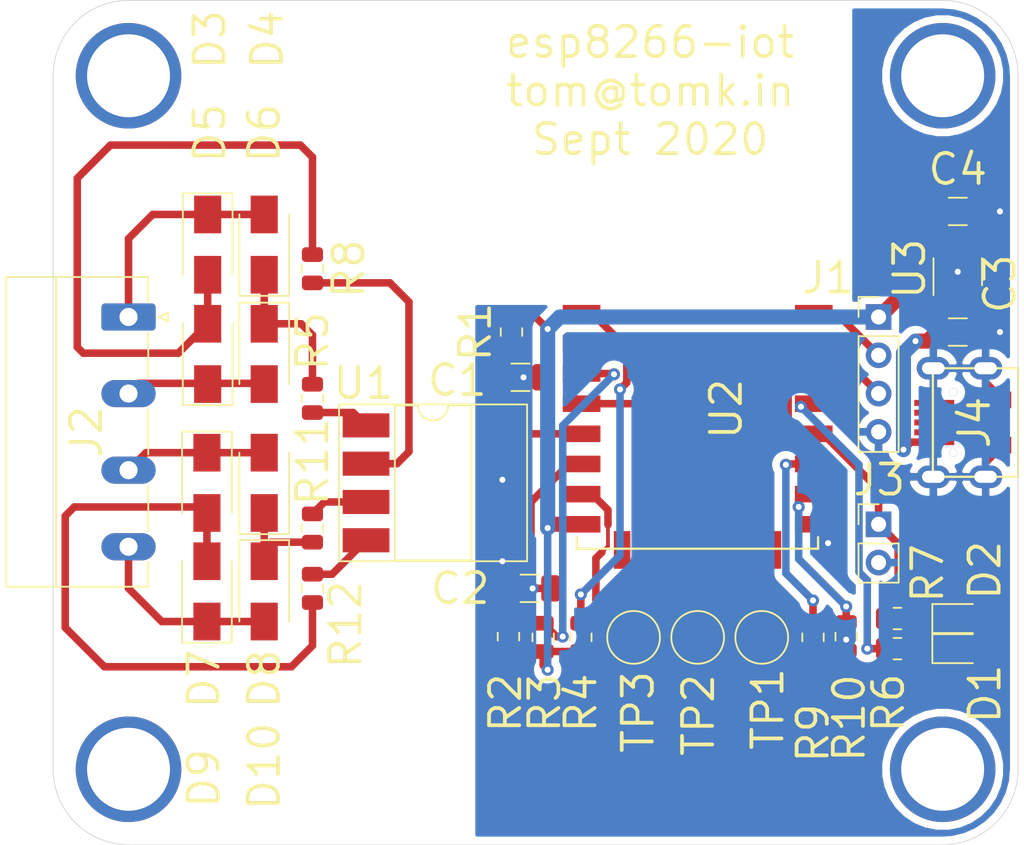
<source format=kicad_pcb>
(kicad_pcb (version 20171130) (host pcbnew 5.1.6-c6e7f7d~87~ubuntu20.04.1)

  (general
    (thickness 1.6)
    (drawings 15)
    (tracks 208)
    (zones 0)
    (modules 36)
    (nets 36)
  )

  (page A4)
  (layers
    (0 F.Cu signal)
    (31 B.Cu signal hide)
    (32 B.Adhes user)
    (33 F.Adhes user)
    (34 B.Paste user)
    (35 F.Paste user)
    (36 B.SilkS user)
    (37 F.SilkS user)
    (38 B.Mask user)
    (39 F.Mask user)
    (40 Dwgs.User user hide)
    (41 Cmts.User user)
    (42 Eco1.User user)
    (43 Eco2.User user)
    (44 Edge.Cuts user)
    (45 Margin user)
    (46 B.CrtYd user)
    (47 F.CrtYd user)
    (48 B.Fab user hide)
    (49 F.Fab user hide)
  )

  (setup
    (last_trace_width 0.25)
    (user_trace_width 0.5)
    (user_trace_width 1)
    (user_trace_width 2)
    (trace_clearance 0.2)
    (zone_clearance 0.508)
    (zone_45_only yes)
    (trace_min 0.2)
    (via_size 0.8)
    (via_drill 0.4)
    (via_min_size 0.4)
    (via_min_drill 0.3)
    (uvia_size 0.3)
    (uvia_drill 0.1)
    (uvias_allowed no)
    (uvia_min_size 0.2)
    (uvia_min_drill 0.1)
    (edge_width 0.05)
    (segment_width 0.2)
    (pcb_text_width 0.3)
    (pcb_text_size 1.5 1.5)
    (mod_edge_width 0.12)
    (mod_text_size 1 1)
    (mod_text_width 0.15)
    (pad_size 1.524 1.524)
    (pad_drill 0.762)
    (pad_to_mask_clearance 0.05)
    (aux_axis_origin 0 0)
    (visible_elements FFFFFF7F)
    (pcbplotparams
      (layerselection 0x010fc_ffffffff)
      (usegerberextensions false)
      (usegerberattributes true)
      (usegerberadvancedattributes true)
      (creategerberjobfile true)
      (excludeedgelayer true)
      (linewidth 0.100000)
      (plotframeref false)
      (viasonmask false)
      (mode 1)
      (useauxorigin false)
      (hpglpennumber 1)
      (hpglpenspeed 20)
      (hpglpendiameter 15.000000)
      (psnegative false)
      (psa4output false)
      (plotreference true)
      (plotvalue true)
      (plotinvisibletext false)
      (padsonsilk false)
      (subtractmaskfromsilk false)
      (outputformat 1)
      (mirror false)
      (drillshape 0)
      (scaleselection 1)
      (outputdirectory "gerber/"))
  )

  (net 0 "")
  (net 1 GND)
  (net 2 +3V3)
  (net 3 "Net-(D1-Pad1)")
  (net 4 "Net-(D2-Pad1)")
  (net 5 "Net-(D3-Pad2)")
  (net 6 "Net-(D4-Pad1)")
  (net 7 "Net-(D7-Pad2)")
  (net 8 "Net-(D10-Pad1)")
  (net 9 "Net-(J4-Pad3)")
  (net 10 "Net-(J4-Pad2)")
  (net 11 "Net-(J4-Pad4)")
  (net 12 "Net-(R5-Pad1)")
  (net 13 "Net-(R8-Pad1)")
  (net 14 "Net-(R11-Pad1)")
  (net 15 "Net-(R12-Pad1)")
  (net 16 "Net-(U2-Pad2)")
  (net 17 "Net-(U3-Pad4)")
  (net 18 /GPIO14)
  (net 19 /GPIO12)
  (net 20 /AC14A)
  (net 21 /AC14B)
  (net 22 /AC12A)
  (net 23 /AC12B)
  (net 24 /RXD)
  (net 25 /TXD)
  (net 26 /GPIO0)
  (net 27 /CH_PD)
  (net 28 /REST)
  (net 29 /GPIO4)
  (net 30 /GPIO2)
  (net 31 /GPIO15)
  (net 32 /GPIO5)
  (net 33 /GPIO16)
  (net 34 /GPIO13)
  (net 35 /VBUS)

  (net_class Default "This is the default net class."
    (clearance 0.2)
    (trace_width 0.25)
    (via_dia 0.8)
    (via_drill 0.4)
    (uvia_dia 0.3)
    (uvia_drill 0.1)
    (add_net +3V3)
    (add_net /AC12A)
    (add_net /AC12B)
    (add_net /AC14A)
    (add_net /AC14B)
    (add_net /CH_PD)
    (add_net /GPIO0)
    (add_net /GPIO12)
    (add_net /GPIO13)
    (add_net /GPIO14)
    (add_net /GPIO15)
    (add_net /GPIO16)
    (add_net /GPIO2)
    (add_net /GPIO4)
    (add_net /GPIO5)
    (add_net /REST)
    (add_net /RXD)
    (add_net /TXD)
    (add_net /VBUS)
    (add_net GND)
    (add_net "Net-(D1-Pad1)")
    (add_net "Net-(D10-Pad1)")
    (add_net "Net-(D2-Pad1)")
    (add_net "Net-(D3-Pad2)")
    (add_net "Net-(D4-Pad1)")
    (add_net "Net-(D7-Pad2)")
    (add_net "Net-(J4-Pad2)")
    (add_net "Net-(J4-Pad3)")
    (add_net "Net-(J4-Pad4)")
    (add_net "Net-(R11-Pad1)")
    (add_net "Net-(R12-Pad1)")
    (add_net "Net-(R5-Pad1)")
    (add_net "Net-(R8-Pad1)")
    (add_net "Net-(U2-Pad2)")
    (add_net "Net-(U3-Pad4)")
  )

  (module ESP8266:ESP-12E_SMD locked (layer F.Cu) (tedit 5F67E40F) (tstamp 5F67A7A3)
    (at 3.75 -7.25)
    (descr "Module, ESP-8266, ESP-12, 16 pad, SMD")
    (tags "Module ESP-8266 ESP8266")
    (path /5F66A2C9)
    (fp_text reference U2 (at 8.89 6.35 90) (layer F.SilkS)
      (effects (font (size 2 2) (thickness 0.25)))
    )
    (fp_text value ESP-12 (at 5.08 6.35 90) (layer F.Fab) hide
      (effects (font (size 1 1) (thickness 0.15)))
    )
    (fp_line (start -2.25 -0.5) (end -2.25 -8.75) (layer F.CrtYd) (width 0.05))
    (fp_line (start -2.25 -8.75) (end 15.25 -8.75) (layer F.CrtYd) (width 0.05))
    (fp_line (start 15.25 -8.75) (end 16.25 -8.75) (layer F.CrtYd) (width 0.05))
    (fp_line (start 16.25 -8.75) (end 16.25 16) (layer F.CrtYd) (width 0.05))
    (fp_line (start 16.25 16) (end -2.25 16) (layer F.CrtYd) (width 0.05))
    (fp_line (start -2.25 16) (end -2.25 -0.5) (layer F.CrtYd) (width 0.05))
    (fp_line (start -1.016 -8.382) (end 14.986 -8.382) (layer Dwgs.User) (width 0.1524))
    (fp_line (start 14.986 -8.382) (end 14.986 -0.889) (layer Dwgs.User) (width 0.1524))
    (fp_line (start -1.016 -8.382) (end -1.016 -1.016) (layer Dwgs.User) (width 0.1524))
    (fp_line (start -1.016 14.859) (end -1.016 15.621) (layer F.SilkS) (width 0.1524))
    (fp_line (start -1.016 15.621) (end 14.986 15.621) (layer F.SilkS) (width 0.1524))
    (fp_line (start 14.986 15.621) (end 14.986 14.859) (layer F.SilkS) (width 0.1524))
    (fp_line (start 14.992 -8.4) (end -1.008 -2.6) (layer Dwgs.User) (width 0.1524))
    (fp_line (start -1.008 -8.4) (end 14.992 -2.6) (layer Dwgs.User) (width 0.1524))
    (fp_line (start -1.008 -2.6) (end 14.992 -2.6) (layer Dwgs.User) (width 0.1524))
    (fp_line (start 15 -8.4) (end 15 15.6) (layer F.Fab) (width 0.05))
    (fp_line (start 14.992 15.6) (end -1.008 15.6) (layer F.Fab) (width 0.05))
    (fp_line (start -1.008 15.6) (end -1.008 -8.4) (layer F.Fab) (width 0.05))
    (fp_line (start -1.008 -8.4) (end 14.992 -8.4) (layer F.Fab) (width 0.05))
    (fp_text user "No Copper" (at 6.892 -5.4) (layer F.CrtYd)
      (effects (font (size 1 1) (thickness 0.15)))
    )
    (pad 22 smd rect (at 11.99 15 90) (size 2.5 1.1) (drill (offset -0.7 0)) (layers F.Cu F.Paste F.Mask))
    (pad 21 smd rect (at 9.99 15 90) (size 2.5 1.1) (drill (offset -0.7 0)) (layers F.Cu F.Paste F.Mask))
    (pad 20 smd rect (at 7.99 15 90) (size 2.5 1.1) (drill (offset -0.7 0)) (layers F.Cu F.Paste F.Mask))
    (pad 19 smd rect (at 5.99 15 90) (size 2.5 1.1) (drill (offset -0.7 0)) (layers F.Cu F.Paste F.Mask))
    (pad 18 smd rect (at 3.99 15 90) (size 2.5 1.1) (drill (offset -0.7 0)) (layers F.Cu F.Paste F.Mask))
    (pad 17 smd rect (at 1.99 15 90) (size 2.5 1.1) (drill (offset -0.7 0)) (layers F.Cu F.Paste F.Mask))
    (pad 16 smd rect (at 14 0) (size 2.5 1.1) (drill (offset 0.7 0)) (layers F.Cu F.Paste F.Mask)
      (net 25 /TXD))
    (pad 15 smd rect (at 14 2) (size 2.5 1.1) (drill (offset 0.7 0)) (layers F.Cu F.Paste F.Mask)
      (net 24 /RXD))
    (pad 14 smd rect (at 14 4) (size 2.5 1.1) (drill (offset 0.7 0)) (layers F.Cu F.Paste F.Mask)
      (net 32 /GPIO5))
    (pad 13 smd rect (at 14 6) (size 2.5 1.1) (drill (offset 0.7 0)) (layers F.Cu F.Paste F.Mask)
      (net 29 /GPIO4))
    (pad 12 smd rect (at 14 8) (size 2.5 1.1) (drill (offset 0.7 0)) (layers F.Cu F.Paste F.Mask)
      (net 26 /GPIO0))
    (pad 11 smd rect (at 14 10) (size 2.5 1.1) (drill (offset 0.7 0)) (layers F.Cu F.Paste F.Mask)
      (net 30 /GPIO2))
    (pad 10 smd rect (at 14 12) (size 2.5 1.1) (drill (offset 0.7 0)) (layers F.Cu F.Paste F.Mask)
      (net 31 /GPIO15))
    (pad 9 smd rect (at 14 14) (size 2.5 1.1) (drill (offset 0.7 0)) (layers F.Cu F.Paste F.Mask)
      (net 1 GND))
    (pad 8 smd rect (at 0 14) (size 2.5 1.1) (drill (offset -0.7 0)) (layers F.Cu F.Paste F.Mask)
      (net 2 +3V3))
    (pad 7 smd rect (at 0 12) (size 2.5 1.1) (drill (offset -0.7 0)) (layers F.Cu F.Paste F.Mask)
      (net 34 /GPIO13))
    (pad 6 smd rect (at 0 10) (size 2.5 1.1) (drill (offset -0.7 0)) (layers F.Cu F.Paste F.Mask)
      (net 19 /GPIO12))
    (pad 5 smd rect (at 0 8) (size 2.5 1.1) (drill (offset -0.7 0)) (layers F.Cu F.Paste F.Mask)
      (net 18 /GPIO14))
    (pad 4 smd rect (at 0 6) (size 2.5 1.1) (drill (offset -0.7 0)) (layers F.Cu F.Paste F.Mask)
      (net 33 /GPIO16))
    (pad 3 smd rect (at 0 4) (size 2.5 1.1) (drill (offset -0.7 0)) (layers F.Cu F.Paste F.Mask)
      (net 27 /CH_PD))
    (pad 2 smd rect (at 0 2) (size 2.5 1.1) (drill (offset -0.7 0)) (layers F.Cu F.Paste F.Mask)
      (net 16 "Net-(U2-Pad2)"))
    (pad 1 smd rect (at 0 0) (size 2.5 1.1) (drill (offset -0.7 0)) (layers F.Cu F.Paste F.Mask)
      (net 28 /REST))
    (model ${ESPLIB}/ESP8266.3dshapes/ESP-12.wrl
      (at (xyz 0 0 0))
      (scale (xyz 0.3937 0.3937 0.3937))
      (rotate (xyz 0 0 0))
    )
  )

  (module tom-semiconductors:DIP-8_W8.89mm_SMDSocket_LongPads (layer F.Cu) (tedit 5A02E8C5) (tstamp 5F67A77B)
    (at -6.8 4)
    (descr "8-lead though-hole mounted DIP package, row spacing 8.89 mm (350 mils), SMDSocket, LongPads")
    (tags "THT DIP DIL PDIP 2.54mm 8.89mm 350mil SMDSocket LongPads")
    (path /5F67E442)
    (attr smd)
    (fp_text reference U1 (at -4.6 -6.6) (layer F.SilkS)
      (effects (font (size 2 2) (thickness 0.25)))
    )
    (fp_text value LTV-826S (at 0 6.14) (layer F.Fab)
      (effects (font (size 1 1) (thickness 0.15)))
    )
    (fp_line (start -2.175 -5.08) (end 3.175 -5.08) (layer F.Fab) (width 0.1))
    (fp_line (start 3.175 -5.08) (end 3.175 5.08) (layer F.Fab) (width 0.1))
    (fp_line (start 3.175 5.08) (end -3.175 5.08) (layer F.Fab) (width 0.1))
    (fp_line (start -3.175 5.08) (end -3.175 -4.08) (layer F.Fab) (width 0.1))
    (fp_line (start -3.175 -4.08) (end -2.175 -5.08) (layer F.Fab) (width 0.1))
    (fp_line (start -5.08 -5.14) (end -5.08 5.14) (layer F.Fab) (width 0.1))
    (fp_line (start -5.08 5.14) (end 5.08 5.14) (layer F.Fab) (width 0.1))
    (fp_line (start 5.08 5.14) (end 5.08 -5.14) (layer F.Fab) (width 0.1))
    (fp_line (start 5.08 -5.14) (end -5.08 -5.14) (layer F.Fab) (width 0.1))
    (fp_line (start -1 -5.14) (end -2.535 -5.14) (layer F.SilkS) (width 0.12))
    (fp_line (start -2.535 -5.14) (end -2.535 5.14) (layer F.SilkS) (width 0.12))
    (fp_line (start -2.535 5.14) (end 2.535 5.14) (layer F.SilkS) (width 0.12))
    (fp_line (start 2.535 5.14) (end 2.535 -5.14) (layer F.SilkS) (width 0.12))
    (fp_line (start 2.535 -5.14) (end 1 -5.14) (layer F.SilkS) (width 0.12))
    (fp_line (start -6.235 -5.2) (end -6.235 5.2) (layer F.SilkS) (width 0.12))
    (fp_line (start -6.235 5.2) (end 6.235 5.2) (layer F.SilkS) (width 0.12))
    (fp_line (start 6.235 5.2) (end 6.235 -5.2) (layer F.SilkS) (width 0.12))
    (fp_line (start 6.235 -5.2) (end -6.235 -5.2) (layer F.SilkS) (width 0.12))
    (fp_line (start -6.25 -5.4) (end -6.25 5.4) (layer F.CrtYd) (width 0.05))
    (fp_line (start -6.25 5.4) (end 6.25 5.4) (layer F.CrtYd) (width 0.05))
    (fp_line (start 6.25 5.4) (end 6.25 -5.4) (layer F.CrtYd) (width 0.05))
    (fp_line (start 6.25 -5.4) (end -6.25 -5.4) (layer F.CrtYd) (width 0.05))
    (fp_text user %R (at 0 0) (layer F.Fab)
      (effects (font (size 2 2) (thickness 0.25)))
    )
    (fp_arc (start 0 -5.14) (end -1 -5.14) (angle -180) (layer F.SilkS) (width 0.12))
    (pad 8 smd rect (at 4.445 -3.81) (size 3.1 1.6) (layers F.Cu F.Paste F.Mask)
      (net 18 /GPIO14))
    (pad 4 smd rect (at -4.445 3.81) (size 3.1 1.6) (layers F.Cu F.Paste F.Mask)
      (net 15 "Net-(R12-Pad1)"))
    (pad 7 smd rect (at 4.445 -1.27) (size 3.1 1.6) (layers F.Cu F.Paste F.Mask)
      (net 1 GND))
    (pad 3 smd rect (at -4.445 1.27) (size 3.1 1.6) (layers F.Cu F.Paste F.Mask)
      (net 14 "Net-(R11-Pad1)"))
    (pad 6 smd rect (at 4.445 1.27) (size 3.1 1.6) (layers F.Cu F.Paste F.Mask)
      (net 19 /GPIO12))
    (pad 2 smd rect (at -4.445 -1.27) (size 3.1 1.6) (layers F.Cu F.Paste F.Mask)
      (net 13 "Net-(R8-Pad1)"))
    (pad 5 smd rect (at 4.445 3.81) (size 3.1 1.6) (layers F.Cu F.Paste F.Mask)
      (net 1 GND))
    (pad 1 smd rect (at -4.445 -3.81) (size 3.1 1.6) (layers F.Cu F.Paste F.Mask)
      (net 12 "Net-(R5-Pad1)"))
    (model ${KISYS3DMOD}/Package_DIP.3dshapes/DIP-8_W8.89mm_SMDSocket.wrl
      (at (xyz 0 0 0))
      (scale (xyz 1 1 1))
      (rotate (xyz 0 0 0))
    )
  )

  (module tom-mechanical:TestPoint_Pad_D3.0mm (layer F.Cu) (tedit 5A0F774F) (tstamp 5F67BAAE)
    (at 6.5 14.25)
    (descr "SMD pad as test Point, diameter 3.0mm")
    (tags "test point SMD pad")
    (path /5F787C59)
    (attr virtual)
    (fp_text reference TP3 (at 0.3 4.95 90) (layer F.SilkS)
      (effects (font (size 2 2) (thickness 0.25)))
    )
    (fp_text value TestPoint (at 0 2.55) (layer F.Fab)
      (effects (font (size 1 1) (thickness 0.15)))
    )
    (fp_circle (center 0 0) (end 0 1.75) (layer F.SilkS) (width 0.12))
    (fp_circle (center 0 0) (end 2 0) (layer F.CrtYd) (width 0.05))
    (fp_text user %R (at 0 -2.4) (layer F.Fab)
      (effects (font (size 2 2) (thickness 0.25)))
    )
    (pad 1 smd circle (at 0 0) (size 3 3) (layers F.Cu F.Mask)
      (net 34 /GPIO13))
  )

  (module tom-mechanical:TestPoint_Pad_D3.0mm (layer F.Cu) (tedit 5A0F774F) (tstamp 5F67BA99)
    (at 10.75 14.25)
    (descr "SMD pad as test Point, diameter 3.0mm")
    (tags "test point SMD pad")
    (path /5F786B2C)
    (attr virtual)
    (fp_text reference TP2 (at 0.05 5.15 90) (layer F.SilkS)
      (effects (font (size 2 2) (thickness 0.25)))
    )
    (fp_text value TestPoint (at 0 2.55) (layer F.Fab)
      (effects (font (size 1 1) (thickness 0.15)))
    )
    (fp_circle (center 0 0) (end 0 1.75) (layer F.SilkS) (width 0.12))
    (fp_circle (center 0 0) (end 2 0) (layer F.CrtYd) (width 0.05))
    (fp_text user %R (at 0 -2.4) (layer F.Fab)
      (effects (font (size 2 2) (thickness 0.25)))
    )
    (pad 1 smd circle (at 0 0) (size 3 3) (layers F.Cu F.Mask)
      (net 33 /GPIO16))
  )

  (module tom-mechanical:TestPoint_Pad_D3.0mm (layer F.Cu) (tedit 5A0F774F) (tstamp 5F67BAC3)
    (at 15 14.25)
    (descr "SMD pad as test Point, diameter 3.0mm")
    (tags "test point SMD pad")
    (path /5F7762B6)
    (attr virtual)
    (fp_text reference TP1 (at 0.4 4.75 90) (layer F.SilkS)
      (effects (font (size 2 2) (thickness 0.25)))
    )
    (fp_text value TestPoint (at 0 2.55) (layer F.Fab)
      (effects (font (size 1 1) (thickness 0.15)))
    )
    (fp_circle (center 0 0) (end 0 1.75) (layer F.SilkS) (width 0.12))
    (fp_circle (center 0 0) (end 2 0) (layer F.CrtYd) (width 0.05))
    (fp_text user %R (at 0 -2.4) (layer F.Fab)
      (effects (font (size 2 2) (thickness 0.25)))
    )
    (pad 1 smd circle (at 0 0) (size 3 3) (layers F.Cu F.Mask)
      (net 32 /GPIO5))
  )

  (module tom-semiconductors:SOT-23-5 (layer F.Cu) (tedit 5A02FF57) (tstamp 5F67BC76)
    (at 28 -10 90)
    (descr "5-pin SOT23 package")
    (tags SOT-23-5)
    (path /5F708612)
    (attr smd)
    (fp_text reference U3 (at 0.2 -3.2 90) (layer F.SilkS)
      (effects (font (size 2 2) (thickness 0.25)))
    )
    (fp_text value AP2112K-3.3 (at 0 2.9 90) (layer F.Fab)
      (effects (font (size 1 1) (thickness 0.15)))
    )
    (fp_line (start 0.9 -1.55) (end 0.9 1.55) (layer F.Fab) (width 0.1))
    (fp_line (start 0.9 1.55) (end -0.9 1.55) (layer F.Fab) (width 0.1))
    (fp_line (start -0.9 -0.9) (end -0.9 1.55) (layer F.Fab) (width 0.1))
    (fp_line (start 0.9 -1.55) (end -0.25 -1.55) (layer F.Fab) (width 0.1))
    (fp_line (start -0.9 -0.9) (end -0.25 -1.55) (layer F.Fab) (width 0.1))
    (fp_line (start -1.9 1.8) (end -1.9 -1.8) (layer F.CrtYd) (width 0.05))
    (fp_line (start 1.9 1.8) (end -1.9 1.8) (layer F.CrtYd) (width 0.05))
    (fp_line (start 1.9 -1.8) (end 1.9 1.8) (layer F.CrtYd) (width 0.05))
    (fp_line (start -1.9 -1.8) (end 1.9 -1.8) (layer F.CrtYd) (width 0.05))
    (fp_line (start 0.9 -1.61) (end -1.55 -1.61) (layer F.SilkS) (width 0.12))
    (fp_line (start -0.9 1.61) (end 0.9 1.61) (layer F.SilkS) (width 0.12))
    (fp_text user %R (at 0 0) (layer F.Fab)
      (effects (font (size 2 2) (thickness 0.25)))
    )
    (pad 5 smd rect (at 1.1 -0.95 90) (size 1.06 0.65) (layers F.Cu F.Paste F.Mask)
      (net 2 +3V3))
    (pad 4 smd rect (at 1.1 0.95 90) (size 1.06 0.65) (layers F.Cu F.Paste F.Mask)
      (net 17 "Net-(U3-Pad4)"))
    (pad 3 smd rect (at -1.1 0.95 90) (size 1.06 0.65) (layers F.Cu F.Paste F.Mask)
      (net 35 /VBUS))
    (pad 2 smd rect (at -1.1 0 90) (size 1.06 0.65) (layers F.Cu F.Paste F.Mask)
      (net 1 GND))
    (pad 1 smd rect (at -1.1 -0.95 90) (size 1.06 0.65) (layers F.Cu F.Paste F.Mask)
      (net 35 /VBUS))
    (model ${KISYS3DMOD}/Package_TO_SOT_SMD.3dshapes/SOT-23-5.wrl
      (at (xyz 0 0 0))
      (scale (xyz 1 1 1))
      (rotate (xyz 0 0 0))
    )
  )

  (module tom-passives:C_0805_2012Metric (layer F.Cu) (tedit 5B36C52B) (tstamp 5F67F02A)
    (at -14.8 11 270)
    (descr "Capacitor SMD 0805 (2012 Metric), square (rectangular) end terminal, IPC_7351 nominal, (Body size source: https://docs.google.com/spreadsheets/d/1BsfQQcO9C6DZCsRaXUlFlo91Tg2WpOkGARC1WS5S8t0/edit?usp=sharing), generated with kicad-footprint-generator")
    (tags capacitor)
    (path /5F6B95AE)
    (attr smd)
    (fp_text reference R12 (at 2.4 -2.2 90) (layer F.SilkS)
      (effects (font (size 2 2) (thickness 0.25)))
    )
    (fp_text value 10K (at 0 1.65 90) (layer F.Fab)
      (effects (font (size 1 1) (thickness 0.15)))
    )
    (fp_line (start 1.68 0.95) (end -1.68 0.95) (layer F.CrtYd) (width 0.05))
    (fp_line (start 1.68 -0.95) (end 1.68 0.95) (layer F.CrtYd) (width 0.05))
    (fp_line (start -1.68 -0.95) (end 1.68 -0.95) (layer F.CrtYd) (width 0.05))
    (fp_line (start -1.68 0.95) (end -1.68 -0.95) (layer F.CrtYd) (width 0.05))
    (fp_line (start -0.258578 0.71) (end 0.258578 0.71) (layer F.SilkS) (width 0.12))
    (fp_line (start -0.258578 -0.71) (end 0.258578 -0.71) (layer F.SilkS) (width 0.12))
    (fp_line (start 1 0.6) (end -1 0.6) (layer F.Fab) (width 0.1))
    (fp_line (start 1 -0.6) (end 1 0.6) (layer F.Fab) (width 0.1))
    (fp_line (start -1 -0.6) (end 1 -0.6) (layer F.Fab) (width 0.1))
    (fp_line (start -1 0.6) (end -1 -0.6) (layer F.Fab) (width 0.1))
    (fp_text user %R (at 0 0 90) (layer F.Fab)
      (effects (font (size 2 2) (thickness 0.25)))
    )
    (pad 2 smd roundrect (at 0.9375 0 270) (size 0.975 1.4) (layers F.Cu F.Paste F.Mask) (roundrect_rratio 0.25)
      (net 7 "Net-(D7-Pad2)"))
    (pad 1 smd roundrect (at -0.9375 0 270) (size 0.975 1.4) (layers F.Cu F.Paste F.Mask) (roundrect_rratio 0.25)
      (net 15 "Net-(R12-Pad1)"))
    (model ${KISYS3DMOD}/Capacitor_SMD.3dshapes/C_0805_2012Metric.wrl
      (at (xyz 0 0 0))
      (scale (xyz 1 1 1))
      (rotate (xyz 0 0 0))
    )
  )

  (module tom-passives:C_0805_2012Metric (layer F.Cu) (tedit 5B36C52B) (tstamp 5F67A74E)
    (at -14.8 7 270)
    (descr "Capacitor SMD 0805 (2012 Metric), square (rectangular) end terminal, IPC_7351 nominal, (Body size source: https://docs.google.com/spreadsheets/d/1BsfQQcO9C6DZCsRaXUlFlo91Tg2WpOkGARC1WS5S8t0/edit?usp=sharing), generated with kicad-footprint-generator")
    (tags capacitor)
    (path /5F6B95A4)
    (attr smd)
    (fp_text reference R11 (at -4.4 0 90) (layer F.SilkS)
      (effects (font (size 2 2) (thickness 0.25)))
    )
    (fp_text value 10K (at 0 1.65 90) (layer F.Fab)
      (effects (font (size 1 1) (thickness 0.15)))
    )
    (fp_line (start 1.68 0.95) (end -1.68 0.95) (layer F.CrtYd) (width 0.05))
    (fp_line (start 1.68 -0.95) (end 1.68 0.95) (layer F.CrtYd) (width 0.05))
    (fp_line (start -1.68 -0.95) (end 1.68 -0.95) (layer F.CrtYd) (width 0.05))
    (fp_line (start -1.68 0.95) (end -1.68 -0.95) (layer F.CrtYd) (width 0.05))
    (fp_line (start -0.258578 0.71) (end 0.258578 0.71) (layer F.SilkS) (width 0.12))
    (fp_line (start -0.258578 -0.71) (end 0.258578 -0.71) (layer F.SilkS) (width 0.12))
    (fp_line (start 1 0.6) (end -1 0.6) (layer F.Fab) (width 0.1))
    (fp_line (start 1 -0.6) (end 1 0.6) (layer F.Fab) (width 0.1))
    (fp_line (start -1 -0.6) (end 1 -0.6) (layer F.Fab) (width 0.1))
    (fp_line (start -1 0.6) (end -1 -0.6) (layer F.Fab) (width 0.1))
    (fp_text user %R (at 0 0 90) (layer F.Fab)
      (effects (font (size 2 2) (thickness 0.25)))
    )
    (pad 2 smd roundrect (at 0.9375 0 270) (size 0.975 1.4) (layers F.Cu F.Paste F.Mask) (roundrect_rratio 0.25)
      (net 8 "Net-(D10-Pad1)"))
    (pad 1 smd roundrect (at -0.9375 0 270) (size 0.975 1.4) (layers F.Cu F.Paste F.Mask) (roundrect_rratio 0.25)
      (net 14 "Net-(R11-Pad1)"))
    (model ${KISYS3DMOD}/Capacitor_SMD.3dshapes/C_0805_2012Metric.wrl
      (at (xyz 0 0 0))
      (scale (xyz 1 1 1))
      (rotate (xyz 0 0 0))
    )
  )

  (module tom-passives:C_0805_2012Metric (layer F.Cu) (tedit 5B36C52B) (tstamp 5F67DB5D)
    (at 20.6 14.2 270)
    (descr "Capacitor SMD 0805 (2012 Metric), square (rectangular) end terminal, IPC_7351 nominal, (Body size source: https://docs.google.com/spreadsheets/d/1BsfQQcO9C6DZCsRaXUlFlo91Tg2WpOkGARC1WS5S8t0/edit?usp=sharing), generated with kicad-footprint-generator")
    (tags capacitor)
    (path /5F679F06)
    (attr smd)
    (fp_text reference R10 (at 5.4 -0.2 90) (layer F.SilkS)
      (effects (font (size 2 2) (thickness 0.25)))
    )
    (fp_text value 10K (at 0 1.65 90) (layer F.Fab)
      (effects (font (size 1 1) (thickness 0.15)))
    )
    (fp_line (start 1.68 0.95) (end -1.68 0.95) (layer F.CrtYd) (width 0.05))
    (fp_line (start 1.68 -0.95) (end 1.68 0.95) (layer F.CrtYd) (width 0.05))
    (fp_line (start -1.68 -0.95) (end 1.68 -0.95) (layer F.CrtYd) (width 0.05))
    (fp_line (start -1.68 0.95) (end -1.68 -0.95) (layer F.CrtYd) (width 0.05))
    (fp_line (start -0.258578 0.71) (end 0.258578 0.71) (layer F.SilkS) (width 0.12))
    (fp_line (start -0.258578 -0.71) (end 0.258578 -0.71) (layer F.SilkS) (width 0.12))
    (fp_line (start 1 0.6) (end -1 0.6) (layer F.Fab) (width 0.1))
    (fp_line (start 1 -0.6) (end 1 0.6) (layer F.Fab) (width 0.1))
    (fp_line (start -1 -0.6) (end 1 -0.6) (layer F.Fab) (width 0.1))
    (fp_line (start -1 0.6) (end -1 -0.6) (layer F.Fab) (width 0.1))
    (fp_text user %R (at 0 0 90) (layer F.Fab)
      (effects (font (size 2 2) (thickness 0.25)))
    )
    (pad 2 smd roundrect (at 0.9375 0 270) (size 0.975 1.4) (layers F.Cu F.Paste F.Mask) (roundrect_rratio 0.25)
      (net 1 GND))
    (pad 1 smd roundrect (at -0.9375 0 270) (size 0.975 1.4) (layers F.Cu F.Paste F.Mask) (roundrect_rratio 0.25)
      (net 31 /GPIO15))
    (model ${KISYS3DMOD}/Capacitor_SMD.3dshapes/C_0805_2012Metric.wrl
      (at (xyz 0 0 0))
      (scale (xyz 1 1 1))
      (rotate (xyz 0 0 0))
    )
  )

  (module tom-passives:C_0805_2012Metric (layer F.Cu) (tedit 5B36C52B) (tstamp 5F67DB8D)
    (at 18.4 14.25 90)
    (descr "Capacitor SMD 0805 (2012 Metric), square (rectangular) end terminal, IPC_7351 nominal, (Body size source: https://docs.google.com/spreadsheets/d/1BsfQQcO9C6DZCsRaXUlFlo91Tg2WpOkGARC1WS5S8t0/edit?usp=sharing), generated with kicad-footprint-generator")
    (tags capacitor)
    (path /5F679894)
    (attr smd)
    (fp_text reference R9 (at -6.35 0 270) (layer F.SilkS)
      (effects (font (size 2 2) (thickness 0.25)))
    )
    (fp_text value 10K (at 0 1.65 90) (layer F.Fab)
      (effects (font (size 1 1) (thickness 0.15)))
    )
    (fp_line (start 1.68 0.95) (end -1.68 0.95) (layer F.CrtYd) (width 0.05))
    (fp_line (start 1.68 -0.95) (end 1.68 0.95) (layer F.CrtYd) (width 0.05))
    (fp_line (start -1.68 -0.95) (end 1.68 -0.95) (layer F.CrtYd) (width 0.05))
    (fp_line (start -1.68 0.95) (end -1.68 -0.95) (layer F.CrtYd) (width 0.05))
    (fp_line (start -0.258578 0.71) (end 0.258578 0.71) (layer F.SilkS) (width 0.12))
    (fp_line (start -0.258578 -0.71) (end 0.258578 -0.71) (layer F.SilkS) (width 0.12))
    (fp_line (start 1 0.6) (end -1 0.6) (layer F.Fab) (width 0.1))
    (fp_line (start 1 -0.6) (end 1 0.6) (layer F.Fab) (width 0.1))
    (fp_line (start -1 -0.6) (end 1 -0.6) (layer F.Fab) (width 0.1))
    (fp_line (start -1 0.6) (end -1 -0.6) (layer F.Fab) (width 0.1))
    (fp_text user %R (at 0 0 90) (layer F.Fab)
      (effects (font (size 2 2) (thickness 0.25)))
    )
    (pad 2 smd roundrect (at 0.9375 0 90) (size 0.975 1.4) (layers F.Cu F.Paste F.Mask) (roundrect_rratio 0.25)
      (net 30 /GPIO2))
    (pad 1 smd roundrect (at -0.9375 0 90) (size 0.975 1.4) (layers F.Cu F.Paste F.Mask) (roundrect_rratio 0.25)
      (net 2 +3V3))
    (model ${KISYS3DMOD}/Capacitor_SMD.3dshapes/C_0805_2012Metric.wrl
      (at (xyz 0 0 0))
      (scale (xyz 1 1 1))
      (rotate (xyz 0 0 0))
    )
  )

  (module tom-passives:C_0805_2012Metric (layer F.Cu) (tedit 5B36C52B) (tstamp 5F67A71B)
    (at -14.8 -10.2 90)
    (descr "Capacitor SMD 0805 (2012 Metric), square (rectangular) end terminal, IPC_7351 nominal, (Body size source: https://docs.google.com/spreadsheets/d/1BsfQQcO9C6DZCsRaXUlFlo91Tg2WpOkGARC1WS5S8t0/edit?usp=sharing), generated with kicad-footprint-generator")
    (tags capacitor)
    (path /5F69D9B2)
    (attr smd)
    (fp_text reference R8 (at 0 2.4 90) (layer F.SilkS)
      (effects (font (size 2 2) (thickness 0.25)))
    )
    (fp_text value 10K (at 0 1.65 90) (layer F.Fab)
      (effects (font (size 1 1) (thickness 0.15)))
    )
    (fp_line (start 1.68 0.95) (end -1.68 0.95) (layer F.CrtYd) (width 0.05))
    (fp_line (start 1.68 -0.95) (end 1.68 0.95) (layer F.CrtYd) (width 0.05))
    (fp_line (start -1.68 -0.95) (end 1.68 -0.95) (layer F.CrtYd) (width 0.05))
    (fp_line (start -1.68 0.95) (end -1.68 -0.95) (layer F.CrtYd) (width 0.05))
    (fp_line (start -0.258578 0.71) (end 0.258578 0.71) (layer F.SilkS) (width 0.12))
    (fp_line (start -0.258578 -0.71) (end 0.258578 -0.71) (layer F.SilkS) (width 0.12))
    (fp_line (start 1 0.6) (end -1 0.6) (layer F.Fab) (width 0.1))
    (fp_line (start 1 -0.6) (end 1 0.6) (layer F.Fab) (width 0.1))
    (fp_line (start -1 -0.6) (end 1 -0.6) (layer F.Fab) (width 0.1))
    (fp_line (start -1 0.6) (end -1 -0.6) (layer F.Fab) (width 0.1))
    (fp_text user %R (at 0 0 90) (layer F.Fab)
      (effects (font (size 2 2) (thickness 0.25)))
    )
    (pad 2 smd roundrect (at 0.9375 0 90) (size 0.975 1.4) (layers F.Cu F.Paste F.Mask) (roundrect_rratio 0.25)
      (net 5 "Net-(D3-Pad2)"))
    (pad 1 smd roundrect (at -0.9375 0 90) (size 0.975 1.4) (layers F.Cu F.Paste F.Mask) (roundrect_rratio 0.25)
      (net 13 "Net-(R8-Pad1)"))
    (model ${KISYS3DMOD}/Capacitor_SMD.3dshapes/C_0805_2012Metric.wrl
      (at (xyz 0 0 0))
      (scale (xyz 1 1 1))
      (rotate (xyz 0 0 0))
    )
  )

  (module tom-passives:C_0805_2012Metric (layer F.Cu) (tedit 5B36C52B) (tstamp 5F67EC2E)
    (at 24 13 180)
    (descr "Capacitor SMD 0805 (2012 Metric), square (rectangular) end terminal, IPC_7351 nominal, (Body size source: https://docs.google.com/spreadsheets/d/1BsfQQcO9C6DZCsRaXUlFlo91Tg2WpOkGARC1WS5S8t0/edit?usp=sharing), generated with kicad-footprint-generator")
    (tags capacitor)
    (path /5F66DB6E)
    (attr smd)
    (fp_text reference R7 (at -2 3 90) (layer F.SilkS)
      (effects (font (size 2 2) (thickness 0.25)))
    )
    (fp_text value 1K (at 0 1.65) (layer F.Fab)
      (effects (font (size 1 1) (thickness 0.15)))
    )
    (fp_line (start 1.68 0.95) (end -1.68 0.95) (layer F.CrtYd) (width 0.05))
    (fp_line (start 1.68 -0.95) (end 1.68 0.95) (layer F.CrtYd) (width 0.05))
    (fp_line (start -1.68 -0.95) (end 1.68 -0.95) (layer F.CrtYd) (width 0.05))
    (fp_line (start -1.68 0.95) (end -1.68 -0.95) (layer F.CrtYd) (width 0.05))
    (fp_line (start -0.258578 0.71) (end 0.258578 0.71) (layer F.SilkS) (width 0.12))
    (fp_line (start -0.258578 -0.71) (end 0.258578 -0.71) (layer F.SilkS) (width 0.12))
    (fp_line (start 1 0.6) (end -1 0.6) (layer F.Fab) (width 0.1))
    (fp_line (start 1 -0.6) (end 1 0.6) (layer F.Fab) (width 0.1))
    (fp_line (start -1 -0.6) (end 1 -0.6) (layer F.Fab) (width 0.1))
    (fp_line (start -1 0.6) (end -1 -0.6) (layer F.Fab) (width 0.1))
    (fp_text user %R (at 0 0) (layer F.Fab)
      (effects (font (size 2 2) (thickness 0.25)))
    )
    (pad 2 smd roundrect (at 0.9375 0 180) (size 0.975 1.4) (layers F.Cu F.Paste F.Mask) (roundrect_rratio 0.25)
      (net 26 /GPIO0))
    (pad 1 smd roundrect (at -0.9375 0 180) (size 0.975 1.4) (layers F.Cu F.Paste F.Mask) (roundrect_rratio 0.25)
      (net 4 "Net-(D2-Pad1)"))
    (model ${KISYS3DMOD}/Capacitor_SMD.3dshapes/C_0805_2012Metric.wrl
      (at (xyz 0 0 0))
      (scale (xyz 1 1 1))
      (rotate (xyz 0 0 0))
    )
  )

  (module tom-passives:C_0805_2012Metric (layer F.Cu) (tedit 5B36C52B) (tstamp 5F67A6F9)
    (at 24 15 180)
    (descr "Capacitor SMD 0805 (2012 Metric), square (rectangular) end terminal, IPC_7351 nominal, (Body size source: https://docs.google.com/spreadsheets/d/1BsfQQcO9C6DZCsRaXUlFlo91Tg2WpOkGARC1WS5S8t0/edit?usp=sharing), generated with kicad-footprint-generator")
    (tags capacitor)
    (path /5F737BF0)
    (attr smd)
    (fp_text reference R6 (at 0.6 -3.6 90) (layer F.SilkS)
      (effects (font (size 2 2) (thickness 0.25)))
    )
    (fp_text value 1K (at 0 1.65) (layer F.Fab)
      (effects (font (size 1 1) (thickness 0.15)))
    )
    (fp_line (start 1.68 0.95) (end -1.68 0.95) (layer F.CrtYd) (width 0.05))
    (fp_line (start 1.68 -0.95) (end 1.68 0.95) (layer F.CrtYd) (width 0.05))
    (fp_line (start -1.68 -0.95) (end 1.68 -0.95) (layer F.CrtYd) (width 0.05))
    (fp_line (start -1.68 0.95) (end -1.68 -0.95) (layer F.CrtYd) (width 0.05))
    (fp_line (start -0.258578 0.71) (end 0.258578 0.71) (layer F.SilkS) (width 0.12))
    (fp_line (start -0.258578 -0.71) (end 0.258578 -0.71) (layer F.SilkS) (width 0.12))
    (fp_line (start 1 0.6) (end -1 0.6) (layer F.Fab) (width 0.1))
    (fp_line (start 1 -0.6) (end 1 0.6) (layer F.Fab) (width 0.1))
    (fp_line (start -1 -0.6) (end 1 -0.6) (layer F.Fab) (width 0.1))
    (fp_line (start -1 0.6) (end -1 -0.6) (layer F.Fab) (width 0.1))
    (fp_text user %R (at 0 0) (layer F.Fab)
      (effects (font (size 2 2) (thickness 0.25)))
    )
    (pad 2 smd roundrect (at 0.9375 0 180) (size 0.975 1.4) (layers F.Cu F.Paste F.Mask) (roundrect_rratio 0.25)
      (net 29 /GPIO4))
    (pad 1 smd roundrect (at -0.9375 0 180) (size 0.975 1.4) (layers F.Cu F.Paste F.Mask) (roundrect_rratio 0.25)
      (net 3 "Net-(D1-Pad1)"))
    (model ${KISYS3DMOD}/Capacitor_SMD.3dshapes/C_0805_2012Metric.wrl
      (at (xyz 0 0 0))
      (scale (xyz 1 1 1))
      (rotate (xyz 0 0 0))
    )
  )

  (module tom-passives:C_0805_2012Metric (layer F.Cu) (tedit 5B36C52B) (tstamp 5F67D116)
    (at -14.8 -1.6 90)
    (descr "Capacitor SMD 0805 (2012 Metric), square (rectangular) end terminal, IPC_7351 nominal, (Body size source: https://docs.google.com/spreadsheets/d/1BsfQQcO9C6DZCsRaXUlFlo91Tg2WpOkGARC1WS5S8t0/edit?usp=sharing), generated with kicad-footprint-generator")
    (tags capacitor)
    (path /5F69BCF3)
    (attr smd)
    (fp_text reference R5 (at 3.8 0 90) (layer F.SilkS)
      (effects (font (size 2 2) (thickness 0.25)))
    )
    (fp_text value 10K (at 0 1.65 90) (layer F.Fab)
      (effects (font (size 1 1) (thickness 0.15)))
    )
    (fp_line (start 1.68 0.95) (end -1.68 0.95) (layer F.CrtYd) (width 0.05))
    (fp_line (start 1.68 -0.95) (end 1.68 0.95) (layer F.CrtYd) (width 0.05))
    (fp_line (start -1.68 -0.95) (end 1.68 -0.95) (layer F.CrtYd) (width 0.05))
    (fp_line (start -1.68 0.95) (end -1.68 -0.95) (layer F.CrtYd) (width 0.05))
    (fp_line (start -0.258578 0.71) (end 0.258578 0.71) (layer F.SilkS) (width 0.12))
    (fp_line (start -0.258578 -0.71) (end 0.258578 -0.71) (layer F.SilkS) (width 0.12))
    (fp_line (start 1 0.6) (end -1 0.6) (layer F.Fab) (width 0.1))
    (fp_line (start 1 -0.6) (end 1 0.6) (layer F.Fab) (width 0.1))
    (fp_line (start -1 -0.6) (end 1 -0.6) (layer F.Fab) (width 0.1))
    (fp_line (start -1 0.6) (end -1 -0.6) (layer F.Fab) (width 0.1))
    (fp_text user %R (at 0 0 90) (layer F.Fab)
      (effects (font (size 2 2) (thickness 0.25)))
    )
    (pad 2 smd roundrect (at 0.9375 0 90) (size 0.975 1.4) (layers F.Cu F.Paste F.Mask) (roundrect_rratio 0.25)
      (net 6 "Net-(D4-Pad1)"))
    (pad 1 smd roundrect (at -0.9375 0 90) (size 0.975 1.4) (layers F.Cu F.Paste F.Mask) (roundrect_rratio 0.25)
      (net 12 "Net-(R5-Pad1)"))
    (model ${KISYS3DMOD}/Capacitor_SMD.3dshapes/C_0805_2012Metric.wrl
      (at (xyz 0 0 0))
      (scale (xyz 1 1 1))
      (rotate (xyz 0 0 0))
    )
  )

  (module tom-passives:C_0805_2012Metric (layer F.Cu) (tedit 5B36C52B) (tstamp 5F67A6D7)
    (at 3 14.25 90)
    (descr "Capacitor SMD 0805 (2012 Metric), square (rectangular) end terminal, IPC_7351 nominal, (Body size source: https://docs.google.com/spreadsheets/d/1BsfQQcO9C6DZCsRaXUlFlo91Tg2WpOkGARC1WS5S8t0/edit?usp=sharing), generated with kicad-footprint-generator")
    (tags capacitor)
    (path /5F66BC37)
    (attr smd)
    (fp_text reference R4 (at -4.35 0 90) (layer F.SilkS)
      (effects (font (size 2 2) (thickness 0.25)))
    )
    (fp_text value 10K (at 0 1.65 90) (layer F.Fab)
      (effects (font (size 1 1) (thickness 0.15)))
    )
    (fp_line (start 1.68 0.95) (end -1.68 0.95) (layer F.CrtYd) (width 0.05))
    (fp_line (start 1.68 -0.95) (end 1.68 0.95) (layer F.CrtYd) (width 0.05))
    (fp_line (start -1.68 -0.95) (end 1.68 -0.95) (layer F.CrtYd) (width 0.05))
    (fp_line (start -1.68 0.95) (end -1.68 -0.95) (layer F.CrtYd) (width 0.05))
    (fp_line (start -0.258578 0.71) (end 0.258578 0.71) (layer F.SilkS) (width 0.12))
    (fp_line (start -0.258578 -0.71) (end 0.258578 -0.71) (layer F.SilkS) (width 0.12))
    (fp_line (start 1 0.6) (end -1 0.6) (layer F.Fab) (width 0.1))
    (fp_line (start 1 -0.6) (end 1 0.6) (layer F.Fab) (width 0.1))
    (fp_line (start -1 -0.6) (end 1 -0.6) (layer F.Fab) (width 0.1))
    (fp_line (start -1 0.6) (end -1 -0.6) (layer F.Fab) (width 0.1))
    (fp_text user %R (at 0 0 90) (layer F.Fab)
      (effects (font (size 2 2) (thickness 0.25)))
    )
    (pad 2 smd roundrect (at 0.9375 0 90) (size 0.975 1.4) (layers F.Cu F.Paste F.Mask) (roundrect_rratio 0.25)
      (net 28 /REST))
    (pad 1 smd roundrect (at -0.9375 0 90) (size 0.975 1.4) (layers F.Cu F.Paste F.Mask) (roundrect_rratio 0.25)
      (net 2 +3V3))
    (model ${KISYS3DMOD}/Capacitor_SMD.3dshapes/C_0805_2012Metric.wrl
      (at (xyz 0 0 0))
      (scale (xyz 1 1 1))
      (rotate (xyz 0 0 0))
    )
  )

  (module tom-passives:C_0805_2012Metric (layer F.Cu) (tedit 5B36C52B) (tstamp 5F67A6C6)
    (at 0.5 14.25 90)
    (descr "Capacitor SMD 0805 (2012 Metric), square (rectangular) end terminal, IPC_7351 nominal, (Body size source: https://docs.google.com/spreadsheets/d/1BsfQQcO9C6DZCsRaXUlFlo91Tg2WpOkGARC1WS5S8t0/edit?usp=sharing), generated with kicad-footprint-generator")
    (tags capacitor)
    (path /5F67249A)
    (attr smd)
    (fp_text reference R3 (at -4.35 0.1 90) (layer F.SilkS)
      (effects (font (size 2 2) (thickness 0.25)))
    )
    (fp_text value 10K (at 0 1.65 90) (layer F.Fab)
      (effects (font (size 1 1) (thickness 0.15)))
    )
    (fp_line (start -1 0.6) (end -1 -0.6) (layer F.Fab) (width 0.1))
    (fp_line (start -1 -0.6) (end 1 -0.6) (layer F.Fab) (width 0.1))
    (fp_line (start 1 -0.6) (end 1 0.6) (layer F.Fab) (width 0.1))
    (fp_line (start 1 0.6) (end -1 0.6) (layer F.Fab) (width 0.1))
    (fp_line (start -0.258578 -0.71) (end 0.258578 -0.71) (layer F.SilkS) (width 0.12))
    (fp_line (start -0.258578 0.71) (end 0.258578 0.71) (layer F.SilkS) (width 0.12))
    (fp_line (start -1.68 0.95) (end -1.68 -0.95) (layer F.CrtYd) (width 0.05))
    (fp_line (start -1.68 -0.95) (end 1.68 -0.95) (layer F.CrtYd) (width 0.05))
    (fp_line (start 1.68 -0.95) (end 1.68 0.95) (layer F.CrtYd) (width 0.05))
    (fp_line (start 1.68 0.95) (end -1.68 0.95) (layer F.CrtYd) (width 0.05))
    (fp_text user %R (at 0 0 90) (layer F.Fab)
      (effects (font (size 2 2) (thickness 0.25)))
    )
    (pad 1 smd roundrect (at -0.9375 0 90) (size 0.975 1.4) (layers F.Cu F.Paste F.Mask) (roundrect_rratio 0.25)
      (net 2 +3V3))
    (pad 2 smd roundrect (at 0.9375 0 90) (size 0.975 1.4) (layers F.Cu F.Paste F.Mask) (roundrect_rratio 0.25)
      (net 27 /CH_PD))
    (model ${KISYS3DMOD}/Capacitor_SMD.3dshapes/C_0805_2012Metric.wrl
      (at (xyz 0 0 0))
      (scale (xyz 1 1 1))
      (rotate (xyz 0 0 0))
    )
  )

  (module tom-passives:C_0805_2012Metric (layer F.Cu) (tedit 5B36C52B) (tstamp 5F67ED5F)
    (at -1.8 14.2 90)
    (descr "Capacitor SMD 0805 (2012 Metric), square (rectangular) end terminal, IPC_7351 nominal, (Body size source: https://docs.google.com/spreadsheets/d/1BsfQQcO9C6DZCsRaXUlFlo91Tg2WpOkGARC1WS5S8t0/edit?usp=sharing), generated with kicad-footprint-generator")
    (tags capacitor)
    (path /5F6810FE)
    (attr smd)
    (fp_text reference R2 (at -4.4 -0.2 90) (layer F.SilkS)
      (effects (font (size 2 2) (thickness 0.25)))
    )
    (fp_text value 10K (at 0 1.65 90) (layer F.Fab)
      (effects (font (size 1 1) (thickness 0.15)))
    )
    (fp_line (start 1.68 0.95) (end -1.68 0.95) (layer F.CrtYd) (width 0.05))
    (fp_line (start 1.68 -0.95) (end 1.68 0.95) (layer F.CrtYd) (width 0.05))
    (fp_line (start -1.68 -0.95) (end 1.68 -0.95) (layer F.CrtYd) (width 0.05))
    (fp_line (start -1.68 0.95) (end -1.68 -0.95) (layer F.CrtYd) (width 0.05))
    (fp_line (start -0.258578 0.71) (end 0.258578 0.71) (layer F.SilkS) (width 0.12))
    (fp_line (start -0.258578 -0.71) (end 0.258578 -0.71) (layer F.SilkS) (width 0.12))
    (fp_line (start 1 0.6) (end -1 0.6) (layer F.Fab) (width 0.1))
    (fp_line (start 1 -0.6) (end 1 0.6) (layer F.Fab) (width 0.1))
    (fp_line (start -1 -0.6) (end 1 -0.6) (layer F.Fab) (width 0.1))
    (fp_line (start -1 0.6) (end -1 -0.6) (layer F.Fab) (width 0.1))
    (fp_text user %R (at 0 0 90) (layer F.Fab)
      (effects (font (size 2 2) (thickness 0.25)))
    )
    (pad 2 smd roundrect (at 0.9375 0 90) (size 0.975 1.4) (layers F.Cu F.Paste F.Mask) (roundrect_rratio 0.25)
      (net 19 /GPIO12))
    (pad 1 smd roundrect (at -0.9375 0 90) (size 0.975 1.4) (layers F.Cu F.Paste F.Mask) (roundrect_rratio 0.25)
      (net 2 +3V3))
    (model ${KISYS3DMOD}/Capacitor_SMD.3dshapes/C_0805_2012Metric.wrl
      (at (xyz 0 0 0))
      (scale (xyz 1 1 1))
      (rotate (xyz 0 0 0))
    )
  )

  (module tom-passives:C_0805_2012Metric (layer F.Cu) (tedit 5B36C52B) (tstamp 5F67EE41)
    (at -1.6 -6 270)
    (descr "Capacitor SMD 0805 (2012 Metric), square (rectangular) end terminal, IPC_7351 nominal, (Body size source: https://docs.google.com/spreadsheets/d/1BsfQQcO9C6DZCsRaXUlFlo91Tg2WpOkGARC1WS5S8t0/edit?usp=sharing), generated with kicad-footprint-generator")
    (tags capacitor)
    (path /5F680D29)
    (attr smd)
    (fp_text reference R1 (at 0 2.4 90) (layer F.SilkS)
      (effects (font (size 2 2) (thickness 0.25)))
    )
    (fp_text value 10K (at 0 1.65 90) (layer F.Fab)
      (effects (font (size 1 1) (thickness 0.15)))
    )
    (fp_line (start 1.68 0.95) (end -1.68 0.95) (layer F.CrtYd) (width 0.05))
    (fp_line (start 1.68 -0.95) (end 1.68 0.95) (layer F.CrtYd) (width 0.05))
    (fp_line (start -1.68 -0.95) (end 1.68 -0.95) (layer F.CrtYd) (width 0.05))
    (fp_line (start -1.68 0.95) (end -1.68 -0.95) (layer F.CrtYd) (width 0.05))
    (fp_line (start -0.258578 0.71) (end 0.258578 0.71) (layer F.SilkS) (width 0.12))
    (fp_line (start -0.258578 -0.71) (end 0.258578 -0.71) (layer F.SilkS) (width 0.12))
    (fp_line (start 1 0.6) (end -1 0.6) (layer F.Fab) (width 0.1))
    (fp_line (start 1 -0.6) (end 1 0.6) (layer F.Fab) (width 0.1))
    (fp_line (start -1 -0.6) (end 1 -0.6) (layer F.Fab) (width 0.1))
    (fp_line (start -1 0.6) (end -1 -0.6) (layer F.Fab) (width 0.1))
    (fp_text user %R (at 0 0 90) (layer F.Fab)
      (effects (font (size 2 2) (thickness 0.25)))
    )
    (pad 2 smd roundrect (at 0.9375 0 270) (size 0.975 1.4) (layers F.Cu F.Paste F.Mask) (roundrect_rratio 0.25)
      (net 18 /GPIO14))
    (pad 1 smd roundrect (at -0.9375 0 270) (size 0.975 1.4) (layers F.Cu F.Paste F.Mask) (roundrect_rratio 0.25)
      (net 2 +3V3))
    (model ${KISYS3DMOD}/Capacitor_SMD.3dshapes/C_0805_2012Metric.wrl
      (at (xyz 0 0 0))
      (scale (xyz 1 1 1))
      (rotate (xyz 0 0 0))
    )
  )

  (module tom-connectors:USB_MICRO_TAOBAO_SMD_PTH (layer F.Cu) (tedit 5F62EC4D) (tstamp 5F67BBD4)
    (at 32 0 90)
    (path /5F713E6F)
    (fp_text reference J4 (at 0 -2.9 90) (layer F.SilkS)
      (effects (font (size 2 2) (thickness 0.25)))
    )
    (fp_text value USB_B_Micro (at 0 0.9 90) (layer F.SilkS) hide
      (effects (font (size 1 1) (thickness 0.15)))
    )
    (fp_line (start 3.6 -5.65) (end 3.6 0) (layer F.SilkS) (width 0.15))
    (fp_line (start -3.6 -5.65) (end 3.6 -5.65) (layer F.SilkS) (width 0.15))
    (fp_line (start -3.6 0) (end -3.6 -5.65) (layer F.SilkS) (width 0.15))
    (fp_line (start -3.6 0) (end 3.6 0) (layer F.SilkS) (width 0.15))
    (pad 6 smd rect (at -1.5 -1 90) (size 1.1 1.1) (layers F.Cu F.Paste F.Mask)
      (net 1 GND))
    (pad 6 smd rect (at 1.5 -1 90) (size 1.1 1.1) (layers F.Cu F.Paste F.Mask)
      (net 1 GND))
    (pad 3 smd rect (at 0 -5.56 90) (size 0.4 2.65) (layers F.Cu F.Paste F.Mask)
      (net 9 "Net-(J4-Pad3)"))
    (pad LOCATE thru_hole circle (at -2 -4.3 90) (size 0.55 0.55) (drill 0.55) (layers *.Cu *.Mask))
    (pad LOCATE thru_hole circle (at 2 -4.3 90) (size 0.55 0.55) (drill 0.55) (layers *.Cu *.Mask))
    (pad 2 smd rect (at -0.65 -5.56 90) (size 0.4 2.65) (layers F.Cu F.Paste F.Mask)
      (net 10 "Net-(J4-Pad2)"))
    (pad 1 smd rect (at -1.3 -5.56 90) (size 0.4 2.65) (layers F.Cu F.Paste F.Mask)
      (net 35 /VBUS))
    (pad 4 smd rect (at 0.65 -5.56 90) (size 0.4 2.65) (layers F.Cu F.Paste F.Mask)
      (net 11 "Net-(J4-Pad4)"))
    (pad 5 smd rect (at 1.3 -5.56 90) (size 0.4 2.65) (layers F.Cu F.Paste F.Mask)
      (net 1 GND))
    (pad 6 thru_hole oval (at -3.6 -2.15 90) (size 1.5 2.2) (drill oval 0.8 1.5) (layers *.Cu *.Mask)
      (net 1 GND))
    (pad 6 thru_hole oval (at 3.6 -2.15 90) (size 1.5 2.2) (drill oval 0.8 1.5) (layers *.Cu *.Mask)
      (net 1 GND))
    (pad 6 thru_hole oval (at 3.6 -5.62 90) (size 1.5 2.2) (drill oval 0.8 1.5) (layers *.Cu *.Mask)
      (net 1 GND))
    (pad 6 thru_hole oval (at -3.6 -5.62 90) (size 1.5 2.2) (drill oval 0.8 1.5) (layers *.Cu *.Mask)
      (net 1 GND))
    (model /home/tom/git/TomKeddie/prj-pcb-experiments/tom-kicad/footprints/3dmodels/KMMX-BSMT35S-BTR_A.STEP
      (at (xyz 0 0 0))
      (scale (xyz 1 1 1))
      (rotate (xyz -90 0 180))
    )
  )

  (module tom-connectors:PinHeader_1x02_P2.54mm_Vertical (layer F.Cu) (tedit 59FED5CC) (tstamp 5F67CEF0)
    (at 22.75 6.75)
    (descr "Through hole straight pin header, 1x02, 2.54mm pitch, single row")
    (tags "Through hole pin header THT 1x02 2.54mm single row")
    (path /5F66C8F8)
    (fp_text reference J3 (at 0.05 -2.95) (layer F.SilkS)
      (effects (font (size 2 2) (thickness 0.25)))
    )
    (fp_text value Conn_01x02 (at 0 4.87) (layer F.Fab)
      (effects (font (size 1 1) (thickness 0.15)))
    )
    (fp_line (start -0.635 -1.27) (end 1.27 -1.27) (layer F.Fab) (width 0.1))
    (fp_line (start 1.27 -1.27) (end 1.27 3.81) (layer F.Fab) (width 0.1))
    (fp_line (start 1.27 3.81) (end -1.27 3.81) (layer F.Fab) (width 0.1))
    (fp_line (start -1.27 3.81) (end -1.27 -0.635) (layer F.Fab) (width 0.1))
    (fp_line (start -1.27 -0.635) (end -0.635 -1.27) (layer F.Fab) (width 0.1))
    (fp_line (start -1.33 3.87) (end 1.33 3.87) (layer F.SilkS) (width 0.12))
    (fp_line (start -1.33 1.27) (end -1.33 3.87) (layer F.SilkS) (width 0.12))
    (fp_line (start 1.33 1.27) (end 1.33 3.87) (layer F.SilkS) (width 0.12))
    (fp_line (start -1.33 1.27) (end 1.33 1.27) (layer F.SilkS) (width 0.12))
    (fp_line (start -1.33 0) (end -1.33 -1.33) (layer F.SilkS) (width 0.12))
    (fp_line (start -1.33 -1.33) (end 0 -1.33) (layer F.SilkS) (width 0.12))
    (fp_line (start -1.8 -1.8) (end -1.8 4.35) (layer F.CrtYd) (width 0.05))
    (fp_line (start -1.8 4.35) (end 1.8 4.35) (layer F.CrtYd) (width 0.05))
    (fp_line (start 1.8 4.35) (end 1.8 -1.8) (layer F.CrtYd) (width 0.05))
    (fp_line (start 1.8 -1.8) (end -1.8 -1.8) (layer F.CrtYd) (width 0.05))
    (fp_text user %R (at 0 1.27 90) (layer F.Fab)
      (effects (font (size 2 2) (thickness 0.25)))
    )
    (pad 2 thru_hole oval (at 0 2.54) (size 1.7 1.7) (drill 1) (layers *.Cu *.Mask)
      (net 1 GND))
    (pad 1 thru_hole rect (at 0 0) (size 1.7 1.7) (drill 1) (layers *.Cu *.Mask)
      (net 26 /GPIO0))
    (model ${KISYS3DMOD}/Connector_PinHeader_2.54mm.3dshapes/PinHeader_1x02_P2.54mm_Vertical.wrl
      (at (xyz 0 0 0))
      (scale (xyz 1 1 1))
      (rotate (xyz 0 0 0))
    )
  )

  (module tom-connectors:PhoenixContact_MC_1,5_4-G-5.08_1x04_P5.08mm_Horizontal (layer F.Cu) (tedit 5B784ED2) (tstamp 5F67A668)
    (at -27 -7 270)
    (descr "Generic Phoenix Contact connector footprint for: MC_1,5/4-G-5.08; number of pins: 04; pin pitch: 5.08mm; Angled || order number: 1836202 8A 320V")
    (tags "phoenix_contact connector MC_01x04_G_5.08mm")
    (path /5F6A4915)
    (fp_text reference J2 (at 7.62 2.8 90) (layer F.SilkS)
      (effects (font (size 2 2) (thickness 0.25)))
    )
    (fp_text value Conn_01x04 (at 7.62 9.2 90) (layer F.Fab)
      (effects (font (size 1 1) (thickness 0.15)))
    )
    (fp_line (start -2.65 -1.31) (end -2.65 8.11) (layer F.SilkS) (width 0.12))
    (fp_line (start -2.65 8.11) (end 17.89 8.11) (layer F.SilkS) (width 0.12))
    (fp_line (start 17.89 8.11) (end 17.89 -1.31) (layer F.SilkS) (width 0.12))
    (fp_line (start -2.65 -1.31) (end -1.05 -1.31) (layer F.SilkS) (width 0.12))
    (fp_line (start 17.89 -1.31) (end 16.29 -1.31) (layer F.SilkS) (width 0.12))
    (fp_line (start 1.05 -1.31) (end 4.03 -1.31) (layer F.SilkS) (width 0.12))
    (fp_line (start 6.13 -1.31) (end 9.11 -1.31) (layer F.SilkS) (width 0.12))
    (fp_line (start 11.21 -1.31) (end 14.19 -1.31) (layer F.SilkS) (width 0.12))
    (fp_line (start -2.54 -1.2) (end -2.54 8) (layer F.Fab) (width 0.1))
    (fp_line (start -2.54 8) (end 17.78 8) (layer F.Fab) (width 0.1))
    (fp_line (start 17.78 8) (end 17.78 -1.2) (layer F.Fab) (width 0.1))
    (fp_line (start 17.78 -1.2) (end -2.54 -1.2) (layer F.Fab) (width 0.1))
    (fp_line (start -2.65 4.8) (end 17.89 4.8) (layer F.SilkS) (width 0.12))
    (fp_line (start -3.15 -2.3) (end -3.15 8.5) (layer F.CrtYd) (width 0.05))
    (fp_line (start -3.15 8.5) (end 18.28 8.5) (layer F.CrtYd) (width 0.05))
    (fp_line (start 18.28 8.5) (end 18.28 -2.3) (layer F.CrtYd) (width 0.05))
    (fp_line (start 18.28 -2.3) (end -3.15 -2.3) (layer F.CrtYd) (width 0.05))
    (fp_line (start 0.3 -2.6) (end 0 -2) (layer F.SilkS) (width 0.12))
    (fp_line (start 0 -2) (end -0.3 -2.6) (layer F.SilkS) (width 0.12))
    (fp_line (start -0.3 -2.6) (end 0.3 -2.6) (layer F.SilkS) (width 0.12))
    (fp_line (start 0.8 -1.2) (end 0 0) (layer F.Fab) (width 0.1))
    (fp_line (start 0 0) (end -0.8 -1.2) (layer F.Fab) (width 0.1))
    (fp_text user %R (at 7.62 -0.5 90) (layer F.Fab)
      (effects (font (size 2 2) (thickness 0.25)))
    )
    (pad 4 thru_hole oval (at 15.24 0 270) (size 1.8 3.6) (drill 1.2) (layers *.Cu *.Mask)
      (net 23 /AC12B))
    (pad 3 thru_hole oval (at 10.16 0 270) (size 1.8 3.6) (drill 1.2) (layers *.Cu *.Mask)
      (net 22 /AC12A))
    (pad 2 thru_hole oval (at 5.08 0 270) (size 1.8 3.6) (drill 1.2) (layers *.Cu *.Mask)
      (net 21 /AC14B))
    (pad 1 thru_hole roundrect (at 0 0 270) (size 1.8 3.6) (drill 1.2) (layers *.Cu *.Mask) (roundrect_rratio 0.138889)
      (net 20 /AC14A))
    (model ${KISYS3DMOD}/Connector_Phoenix_MC_HighVoltage.3dshapes/PhoenixContact_MC_1,5_4-G-5.08_1x04_P5.08mm_Horizontal.wrl
      (at (xyz 0 0 0))
      (scale (xyz 1 1 1))
      (rotate (xyz 0 0 0))
    )
  )

  (module tom-connectors:PinHeader_1x04_P2.54mm_Vertical (layer F.Cu) (tedit 59FED5CC) (tstamp 5F67A649)
    (at 22.75 -7)
    (descr "Through hole straight pin header, 1x04, 2.54mm pitch, single row")
    (tags "Through hole pin header THT 1x04 2.54mm single row")
    (path /5F66E7B3)
    (fp_text reference J1 (at -3.35 -2.6) (layer F.SilkS)
      (effects (font (size 2 2) (thickness 0.25)))
    )
    (fp_text value Conn_01x04 (at 0 9.95) (layer F.Fab)
      (effects (font (size 1 1) (thickness 0.15)))
    )
    (fp_line (start 1.8 -1.8) (end -1.8 -1.8) (layer F.CrtYd) (width 0.05))
    (fp_line (start 1.8 9.4) (end 1.8 -1.8) (layer F.CrtYd) (width 0.05))
    (fp_line (start -1.8 9.4) (end 1.8 9.4) (layer F.CrtYd) (width 0.05))
    (fp_line (start -1.8 -1.8) (end -1.8 9.4) (layer F.CrtYd) (width 0.05))
    (fp_line (start -1.33 -1.33) (end 0 -1.33) (layer F.SilkS) (width 0.12))
    (fp_line (start -1.33 0) (end -1.33 -1.33) (layer F.SilkS) (width 0.12))
    (fp_line (start -1.33 1.27) (end 1.33 1.27) (layer F.SilkS) (width 0.12))
    (fp_line (start 1.33 1.27) (end 1.33 8.95) (layer F.SilkS) (width 0.12))
    (fp_line (start -1.33 1.27) (end -1.33 8.95) (layer F.SilkS) (width 0.12))
    (fp_line (start -1.33 8.95) (end 1.33 8.95) (layer F.SilkS) (width 0.12))
    (fp_line (start -1.27 -0.635) (end -0.635 -1.27) (layer F.Fab) (width 0.1))
    (fp_line (start -1.27 8.89) (end -1.27 -0.635) (layer F.Fab) (width 0.1))
    (fp_line (start 1.27 8.89) (end -1.27 8.89) (layer F.Fab) (width 0.1))
    (fp_line (start 1.27 -1.27) (end 1.27 8.89) (layer F.Fab) (width 0.1))
    (fp_line (start -0.635 -1.27) (end 1.27 -1.27) (layer F.Fab) (width 0.1))
    (fp_text user %R (at 0 3.81 90) (layer F.Fab)
      (effects (font (size 2 2) (thickness 0.25)))
    )
    (pad 4 thru_hole oval (at 0 7.62) (size 1.7 1.7) (drill 1) (layers *.Cu *.Mask)
      (net 1 GND))
    (pad 3 thru_hole oval (at 0 5.08) (size 1.7 1.7) (drill 1) (layers *.Cu *.Mask)
      (net 24 /RXD))
    (pad 2 thru_hole oval (at 0 2.54) (size 1.7 1.7) (drill 1) (layers *.Cu *.Mask)
      (net 25 /TXD))
    (pad 1 thru_hole rect (at 0 0) (size 1.7 1.7) (drill 1) (layers *.Cu *.Mask)
      (net 2 +3V3))
    (model ${KISYS3DMOD}/Connector_PinHeader_2.54mm.3dshapes/PinHeader_1x04_P2.54mm_Vertical.wrl
      (at (xyz 0 0 0))
      (scale (xyz 1 1 1))
      (rotate (xyz 0 0 0))
    )
  )

  (module tom-semiconductors:D_SMA (layer F.Cu) (tedit 586432E5) (tstamp 5F67A631)
    (at -18 11.2 270)
    (descr "Diode SMA (DO-214AC)")
    (tags "Diode SMA (DO-214AC)")
    (path /5F6B958F)
    (attr smd)
    (fp_text reference D10 (at 11.6 0 90) (layer F.SilkS)
      (effects (font (size 2 2) (thickness 0.25)))
    )
    (fp_text value 1N4001 (at 0 2.6 90) (layer F.Fab)
      (effects (font (size 1 1) (thickness 0.15)))
    )
    (fp_line (start -3.4 -1.65) (end 2 -1.65) (layer F.SilkS) (width 0.12))
    (fp_line (start -3.4 1.65) (end 2 1.65) (layer F.SilkS) (width 0.12))
    (fp_line (start -0.64944 0.00102) (end 0.50118 -0.79908) (layer F.Fab) (width 0.1))
    (fp_line (start -0.64944 0.00102) (end 0.50118 0.75032) (layer F.Fab) (width 0.1))
    (fp_line (start 0.50118 0.75032) (end 0.50118 -0.79908) (layer F.Fab) (width 0.1))
    (fp_line (start -0.64944 -0.79908) (end -0.64944 0.80112) (layer F.Fab) (width 0.1))
    (fp_line (start 0.50118 0.00102) (end 1.4994 0.00102) (layer F.Fab) (width 0.1))
    (fp_line (start -0.64944 0.00102) (end -1.55114 0.00102) (layer F.Fab) (width 0.1))
    (fp_line (start -3.5 1.75) (end -3.5 -1.75) (layer F.CrtYd) (width 0.05))
    (fp_line (start 3.5 1.75) (end -3.5 1.75) (layer F.CrtYd) (width 0.05))
    (fp_line (start 3.5 -1.75) (end 3.5 1.75) (layer F.CrtYd) (width 0.05))
    (fp_line (start -3.5 -1.75) (end 3.5 -1.75) (layer F.CrtYd) (width 0.05))
    (fp_line (start 2.3 -1.5) (end -2.3 -1.5) (layer F.Fab) (width 0.1))
    (fp_line (start 2.3 -1.5) (end 2.3 1.5) (layer F.Fab) (width 0.1))
    (fp_line (start -2.3 1.5) (end -2.3 -1.5) (layer F.Fab) (width 0.1))
    (fp_line (start 2.3 1.5) (end -2.3 1.5) (layer F.Fab) (width 0.1))
    (fp_line (start -3.4 -1.65) (end -3.4 1.65) (layer F.SilkS) (width 0.12))
    (fp_text user %R (at 0 -2.5 90) (layer F.Fab)
      (effects (font (size 2 2) (thickness 0.25)))
    )
    (pad 2 smd rect (at 2 0 270) (size 2.5 1.8) (layers F.Cu F.Paste F.Mask)
      (net 23 /AC12B))
    (pad 1 smd rect (at -2 0 270) (size 2.5 1.8) (layers F.Cu F.Paste F.Mask)
      (net 8 "Net-(D10-Pad1)"))
    (model ${KISYS3DMOD}/Diode_SMD.3dshapes/D_SMA.wrl
      (at (xyz 0 0 0))
      (scale (xyz 1 1 1))
      (rotate (xyz 0 0 0))
    )
  )

  (module tom-semiconductors:D_SMA (layer F.Cu) (tedit 586432E5) (tstamp 5F67A619)
    (at -21.8 11.2 90)
    (descr "Diode SMA (DO-214AC)")
    (tags "Diode SMA (DO-214AC)")
    (path /5F6B9599)
    (attr smd)
    (fp_text reference D9 (at -12.4 -0.2 90) (layer F.SilkS)
      (effects (font (size 2 2) (thickness 0.25)))
    )
    (fp_text value 1N4001 (at 0 2.6 90) (layer F.Fab)
      (effects (font (size 1 1) (thickness 0.15)))
    )
    (fp_line (start -3.4 -1.65) (end 2 -1.65) (layer F.SilkS) (width 0.12))
    (fp_line (start -3.4 1.65) (end 2 1.65) (layer F.SilkS) (width 0.12))
    (fp_line (start -0.64944 0.00102) (end 0.50118 -0.79908) (layer F.Fab) (width 0.1))
    (fp_line (start -0.64944 0.00102) (end 0.50118 0.75032) (layer F.Fab) (width 0.1))
    (fp_line (start 0.50118 0.75032) (end 0.50118 -0.79908) (layer F.Fab) (width 0.1))
    (fp_line (start -0.64944 -0.79908) (end -0.64944 0.80112) (layer F.Fab) (width 0.1))
    (fp_line (start 0.50118 0.00102) (end 1.4994 0.00102) (layer F.Fab) (width 0.1))
    (fp_line (start -0.64944 0.00102) (end -1.55114 0.00102) (layer F.Fab) (width 0.1))
    (fp_line (start -3.5 1.75) (end -3.5 -1.75) (layer F.CrtYd) (width 0.05))
    (fp_line (start 3.5 1.75) (end -3.5 1.75) (layer F.CrtYd) (width 0.05))
    (fp_line (start 3.5 -1.75) (end 3.5 1.75) (layer F.CrtYd) (width 0.05))
    (fp_line (start -3.5 -1.75) (end 3.5 -1.75) (layer F.CrtYd) (width 0.05))
    (fp_line (start 2.3 -1.5) (end -2.3 -1.5) (layer F.Fab) (width 0.1))
    (fp_line (start 2.3 -1.5) (end 2.3 1.5) (layer F.Fab) (width 0.1))
    (fp_line (start -2.3 1.5) (end -2.3 -1.5) (layer F.Fab) (width 0.1))
    (fp_line (start 2.3 1.5) (end -2.3 1.5) (layer F.Fab) (width 0.1))
    (fp_line (start -3.4 -1.65) (end -3.4 1.65) (layer F.SilkS) (width 0.12))
    (fp_text user %R (at 0 -2.5 90) (layer F.Fab)
      (effects (font (size 2 2) (thickness 0.25)))
    )
    (pad 2 smd rect (at 2 0 90) (size 2.5 1.8) (layers F.Cu F.Paste F.Mask)
      (net 7 "Net-(D7-Pad2)"))
    (pad 1 smd rect (at -2 0 90) (size 2.5 1.8) (layers F.Cu F.Paste F.Mask)
      (net 23 /AC12B))
    (model ${KISYS3DMOD}/Diode_SMD.3dshapes/D_SMA.wrl
      (at (xyz 0 0 0))
      (scale (xyz 1 1 1))
      (rotate (xyz 0 0 0))
    )
  )

  (module tom-semiconductors:D_SMA (layer F.Cu) (tedit 586432E5) (tstamp 5F67D1F0)
    (at -18 4 90)
    (descr "Diode SMA (DO-214AC)")
    (tags "Diode SMA (DO-214AC)")
    (path /5F6B9585)
    (attr smd)
    (fp_text reference D8 (at -13 0 90) (layer F.SilkS)
      (effects (font (size 2 2) (thickness 0.25)))
    )
    (fp_text value 1N4001 (at 0 2.6 90) (layer F.Fab)
      (effects (font (size 1 1) (thickness 0.15)))
    )
    (fp_line (start -3.4 -1.65) (end 2 -1.65) (layer F.SilkS) (width 0.12))
    (fp_line (start -3.4 1.65) (end 2 1.65) (layer F.SilkS) (width 0.12))
    (fp_line (start -0.64944 0.00102) (end 0.50118 -0.79908) (layer F.Fab) (width 0.1))
    (fp_line (start -0.64944 0.00102) (end 0.50118 0.75032) (layer F.Fab) (width 0.1))
    (fp_line (start 0.50118 0.75032) (end 0.50118 -0.79908) (layer F.Fab) (width 0.1))
    (fp_line (start -0.64944 -0.79908) (end -0.64944 0.80112) (layer F.Fab) (width 0.1))
    (fp_line (start 0.50118 0.00102) (end 1.4994 0.00102) (layer F.Fab) (width 0.1))
    (fp_line (start -0.64944 0.00102) (end -1.55114 0.00102) (layer F.Fab) (width 0.1))
    (fp_line (start -3.5 1.75) (end -3.5 -1.75) (layer F.CrtYd) (width 0.05))
    (fp_line (start 3.5 1.75) (end -3.5 1.75) (layer F.CrtYd) (width 0.05))
    (fp_line (start 3.5 -1.75) (end 3.5 1.75) (layer F.CrtYd) (width 0.05))
    (fp_line (start -3.5 -1.75) (end 3.5 -1.75) (layer F.CrtYd) (width 0.05))
    (fp_line (start 2.3 -1.5) (end -2.3 -1.5) (layer F.Fab) (width 0.1))
    (fp_line (start 2.3 -1.5) (end 2.3 1.5) (layer F.Fab) (width 0.1))
    (fp_line (start -2.3 1.5) (end -2.3 -1.5) (layer F.Fab) (width 0.1))
    (fp_line (start 2.3 1.5) (end -2.3 1.5) (layer F.Fab) (width 0.1))
    (fp_line (start -3.4 -1.65) (end -3.4 1.65) (layer F.SilkS) (width 0.12))
    (fp_text user %R (at 0 -2.5 90) (layer F.Fab)
      (effects (font (size 2 2) (thickness 0.25)))
    )
    (pad 2 smd rect (at 2 0 90) (size 2.5 1.8) (layers F.Cu F.Paste F.Mask)
      (net 22 /AC12A))
    (pad 1 smd rect (at -2 0 90) (size 2.5 1.8) (layers F.Cu F.Paste F.Mask)
      (net 8 "Net-(D10-Pad1)"))
    (model ${KISYS3DMOD}/Diode_SMD.3dshapes/D_SMA.wrl
      (at (xyz 0 0 0))
      (scale (xyz 1 1 1))
      (rotate (xyz 0 0 0))
    )
  )

  (module tom-semiconductors:D_SMA (layer F.Cu) (tedit 586432E5) (tstamp 5F67A5E9)
    (at -21.8 4 270)
    (descr "Diode SMA (DO-214AC)")
    (tags "Diode SMA (DO-214AC)")
    (path /5F6B957B)
    (attr smd)
    (fp_text reference D7 (at 13 0.2 90) (layer F.SilkS)
      (effects (font (size 2 2) (thickness 0.25)))
    )
    (fp_text value 1N4001 (at 0 2.6 90) (layer F.Fab)
      (effects (font (size 1 1) (thickness 0.15)))
    )
    (fp_line (start -3.4 -1.65) (end 2 -1.65) (layer F.SilkS) (width 0.12))
    (fp_line (start -3.4 1.65) (end 2 1.65) (layer F.SilkS) (width 0.12))
    (fp_line (start -0.64944 0.00102) (end 0.50118 -0.79908) (layer F.Fab) (width 0.1))
    (fp_line (start -0.64944 0.00102) (end 0.50118 0.75032) (layer F.Fab) (width 0.1))
    (fp_line (start 0.50118 0.75032) (end 0.50118 -0.79908) (layer F.Fab) (width 0.1))
    (fp_line (start -0.64944 -0.79908) (end -0.64944 0.80112) (layer F.Fab) (width 0.1))
    (fp_line (start 0.50118 0.00102) (end 1.4994 0.00102) (layer F.Fab) (width 0.1))
    (fp_line (start -0.64944 0.00102) (end -1.55114 0.00102) (layer F.Fab) (width 0.1))
    (fp_line (start -3.5 1.75) (end -3.5 -1.75) (layer F.CrtYd) (width 0.05))
    (fp_line (start 3.5 1.75) (end -3.5 1.75) (layer F.CrtYd) (width 0.05))
    (fp_line (start 3.5 -1.75) (end 3.5 1.75) (layer F.CrtYd) (width 0.05))
    (fp_line (start -3.5 -1.75) (end 3.5 -1.75) (layer F.CrtYd) (width 0.05))
    (fp_line (start 2.3 -1.5) (end -2.3 -1.5) (layer F.Fab) (width 0.1))
    (fp_line (start 2.3 -1.5) (end 2.3 1.5) (layer F.Fab) (width 0.1))
    (fp_line (start -2.3 1.5) (end -2.3 -1.5) (layer F.Fab) (width 0.1))
    (fp_line (start 2.3 1.5) (end -2.3 1.5) (layer F.Fab) (width 0.1))
    (fp_line (start -3.4 -1.65) (end -3.4 1.65) (layer F.SilkS) (width 0.12))
    (fp_text user %R (at 0 -2.5 90) (layer F.Fab)
      (effects (font (size 2 2) (thickness 0.25)))
    )
    (pad 2 smd rect (at 2 0 270) (size 2.5 1.8) (layers F.Cu F.Paste F.Mask)
      (net 7 "Net-(D7-Pad2)"))
    (pad 1 smd rect (at -2 0 270) (size 2.5 1.8) (layers F.Cu F.Paste F.Mask)
      (net 22 /AC12A))
    (model ${KISYS3DMOD}/Diode_SMD.3dshapes/D_SMA.wrl
      (at (xyz 0 0 0))
      (scale (xyz 1 1 1))
      (rotate (xyz 0 0 0))
    )
  )

  (module tom-semiconductors:D_SMA (layer F.Cu) (tedit 586432E5) (tstamp 5F67DA63)
    (at -18 -4.55 270)
    (descr "Diode SMA (DO-214AC)")
    (tags "Diode SMA (DO-214AC)")
    (path /5F697406)
    (attr smd)
    (fp_text reference D6 (at -14.65 0 90) (layer F.SilkS)
      (effects (font (size 2 2) (thickness 0.25)))
    )
    (fp_text value 1N4001 (at 0 2.6 90) (layer F.Fab)
      (effects (font (size 1 1) (thickness 0.15)))
    )
    (fp_line (start -3.4 -1.65) (end 2 -1.65) (layer F.SilkS) (width 0.12))
    (fp_line (start -3.4 1.65) (end 2 1.65) (layer F.SilkS) (width 0.12))
    (fp_line (start -0.64944 0.00102) (end 0.50118 -0.79908) (layer F.Fab) (width 0.1))
    (fp_line (start -0.64944 0.00102) (end 0.50118 0.75032) (layer F.Fab) (width 0.1))
    (fp_line (start 0.50118 0.75032) (end 0.50118 -0.79908) (layer F.Fab) (width 0.1))
    (fp_line (start -0.64944 -0.79908) (end -0.64944 0.80112) (layer F.Fab) (width 0.1))
    (fp_line (start 0.50118 0.00102) (end 1.4994 0.00102) (layer F.Fab) (width 0.1))
    (fp_line (start -0.64944 0.00102) (end -1.55114 0.00102) (layer F.Fab) (width 0.1))
    (fp_line (start -3.5 1.75) (end -3.5 -1.75) (layer F.CrtYd) (width 0.05))
    (fp_line (start 3.5 1.75) (end -3.5 1.75) (layer F.CrtYd) (width 0.05))
    (fp_line (start 3.5 -1.75) (end 3.5 1.75) (layer F.CrtYd) (width 0.05))
    (fp_line (start -3.5 -1.75) (end 3.5 -1.75) (layer F.CrtYd) (width 0.05))
    (fp_line (start 2.3 -1.5) (end -2.3 -1.5) (layer F.Fab) (width 0.1))
    (fp_line (start 2.3 -1.5) (end 2.3 1.5) (layer F.Fab) (width 0.1))
    (fp_line (start -2.3 1.5) (end -2.3 -1.5) (layer F.Fab) (width 0.1))
    (fp_line (start 2.3 1.5) (end -2.3 1.5) (layer F.Fab) (width 0.1))
    (fp_line (start -3.4 -1.65) (end -3.4 1.65) (layer F.SilkS) (width 0.12))
    (fp_text user %R (at 0 -2.5 90) (layer F.Fab)
      (effects (font (size 2 2) (thickness 0.25)))
    )
    (pad 2 smd rect (at 2 0 270) (size 2.5 1.8) (layers F.Cu F.Paste F.Mask)
      (net 21 /AC14B))
    (pad 1 smd rect (at -2 0 270) (size 2.5 1.8) (layers F.Cu F.Paste F.Mask)
      (net 6 "Net-(D4-Pad1)"))
    (model ${KISYS3DMOD}/Diode_SMD.3dshapes/D_SMA.wrl
      (at (xyz 0 0 0))
      (scale (xyz 1 1 1))
      (rotate (xyz 0 0 0))
    )
  )

  (module tom-semiconductors:D_SMA (layer F.Cu) (tedit 586432E5) (tstamp 5F67D9D9)
    (at -21.75 -4.55 90)
    (descr "Diode SMA (DO-214AC)")
    (tags "Diode SMA (DO-214AC)")
    (path /5F699698)
    (attr smd)
    (fp_text reference D5 (at 14.65 0.15 90) (layer F.SilkS)
      (effects (font (size 2 2) (thickness 0.25)))
    )
    (fp_text value 1N4001 (at 0 2.6 90) (layer F.Fab)
      (effects (font (size 1 1) (thickness 0.15)))
    )
    (fp_line (start -3.4 -1.65) (end 2 -1.65) (layer F.SilkS) (width 0.12))
    (fp_line (start -3.4 1.65) (end 2 1.65) (layer F.SilkS) (width 0.12))
    (fp_line (start -0.64944 0.00102) (end 0.50118 -0.79908) (layer F.Fab) (width 0.1))
    (fp_line (start -0.64944 0.00102) (end 0.50118 0.75032) (layer F.Fab) (width 0.1))
    (fp_line (start 0.50118 0.75032) (end 0.50118 -0.79908) (layer F.Fab) (width 0.1))
    (fp_line (start -0.64944 -0.79908) (end -0.64944 0.80112) (layer F.Fab) (width 0.1))
    (fp_line (start 0.50118 0.00102) (end 1.4994 0.00102) (layer F.Fab) (width 0.1))
    (fp_line (start -0.64944 0.00102) (end -1.55114 0.00102) (layer F.Fab) (width 0.1))
    (fp_line (start -3.5 1.75) (end -3.5 -1.75) (layer F.CrtYd) (width 0.05))
    (fp_line (start 3.5 1.75) (end -3.5 1.75) (layer F.CrtYd) (width 0.05))
    (fp_line (start 3.5 -1.75) (end 3.5 1.75) (layer F.CrtYd) (width 0.05))
    (fp_line (start -3.5 -1.75) (end 3.5 -1.75) (layer F.CrtYd) (width 0.05))
    (fp_line (start 2.3 -1.5) (end -2.3 -1.5) (layer F.Fab) (width 0.1))
    (fp_line (start 2.3 -1.5) (end 2.3 1.5) (layer F.Fab) (width 0.1))
    (fp_line (start -2.3 1.5) (end -2.3 -1.5) (layer F.Fab) (width 0.1))
    (fp_line (start 2.3 1.5) (end -2.3 1.5) (layer F.Fab) (width 0.1))
    (fp_line (start -3.4 -1.65) (end -3.4 1.65) (layer F.SilkS) (width 0.12))
    (fp_text user %R (at 0 -2.5 90) (layer F.Fab)
      (effects (font (size 2 2) (thickness 0.25)))
    )
    (pad 2 smd rect (at 2 0 90) (size 2.5 1.8) (layers F.Cu F.Paste F.Mask)
      (net 5 "Net-(D3-Pad2)"))
    (pad 1 smd rect (at -2 0 90) (size 2.5 1.8) (layers F.Cu F.Paste F.Mask)
      (net 21 /AC14B))
    (model ${KISYS3DMOD}/Diode_SMD.3dshapes/D_SMA.wrl
      (at (xyz 0 0 0))
      (scale (xyz 1 1 1))
      (rotate (xyz 0 0 0))
    )
  )

  (module tom-semiconductors:D_SMA (layer F.Cu) (tedit 586432E5) (tstamp 5F67DAA8)
    (at -18 -11.8 90)
    (descr "Diode SMA (DO-214AC)")
    (tags "Diode SMA (DO-214AC)")
    (path /5F68980F)
    (attr smd)
    (fp_text reference D4 (at 13.6 0.2 90) (layer F.SilkS)
      (effects (font (size 2 2) (thickness 0.25)))
    )
    (fp_text value 1N4001 (at 0 2.6 90) (layer F.Fab)
      (effects (font (size 1 1) (thickness 0.15)))
    )
    (fp_line (start -3.4 -1.65) (end 2 -1.65) (layer F.SilkS) (width 0.12))
    (fp_line (start -3.4 1.65) (end 2 1.65) (layer F.SilkS) (width 0.12))
    (fp_line (start -0.64944 0.00102) (end 0.50118 -0.79908) (layer F.Fab) (width 0.1))
    (fp_line (start -0.64944 0.00102) (end 0.50118 0.75032) (layer F.Fab) (width 0.1))
    (fp_line (start 0.50118 0.75032) (end 0.50118 -0.79908) (layer F.Fab) (width 0.1))
    (fp_line (start -0.64944 -0.79908) (end -0.64944 0.80112) (layer F.Fab) (width 0.1))
    (fp_line (start 0.50118 0.00102) (end 1.4994 0.00102) (layer F.Fab) (width 0.1))
    (fp_line (start -0.64944 0.00102) (end -1.55114 0.00102) (layer F.Fab) (width 0.1))
    (fp_line (start -3.5 1.75) (end -3.5 -1.75) (layer F.CrtYd) (width 0.05))
    (fp_line (start 3.5 1.75) (end -3.5 1.75) (layer F.CrtYd) (width 0.05))
    (fp_line (start 3.5 -1.75) (end 3.5 1.75) (layer F.CrtYd) (width 0.05))
    (fp_line (start -3.5 -1.75) (end 3.5 -1.75) (layer F.CrtYd) (width 0.05))
    (fp_line (start 2.3 -1.5) (end -2.3 -1.5) (layer F.Fab) (width 0.1))
    (fp_line (start 2.3 -1.5) (end 2.3 1.5) (layer F.Fab) (width 0.1))
    (fp_line (start -2.3 1.5) (end -2.3 -1.5) (layer F.Fab) (width 0.1))
    (fp_line (start 2.3 1.5) (end -2.3 1.5) (layer F.Fab) (width 0.1))
    (fp_line (start -3.4 -1.65) (end -3.4 1.65) (layer F.SilkS) (width 0.12))
    (fp_text user %R (at 0 -2.5 90) (layer F.Fab)
      (effects (font (size 2 2) (thickness 0.25)))
    )
    (pad 2 smd rect (at 2 0 90) (size 2.5 1.8) (layers F.Cu F.Paste F.Mask)
      (net 20 /AC14A))
    (pad 1 smd rect (at -2 0 90) (size 2.5 1.8) (layers F.Cu F.Paste F.Mask)
      (net 6 "Net-(D4-Pad1)"))
    (model ${KISYS3DMOD}/Diode_SMD.3dshapes/D_SMA.wrl
      (at (xyz 0 0 0))
      (scale (xyz 1 1 1))
      (rotate (xyz 0 0 0))
    )
  )

  (module tom-semiconductors:D_SMA (layer F.Cu) (tedit 586432E5) (tstamp 5F67F1FC)
    (at -21.75 -11.8 270)
    (descr "Diode SMA (DO-214AC)")
    (tags "Diode SMA (DO-214AC)")
    (path /5F68512F)
    (attr smd)
    (fp_text reference D3 (at -13.6 -0.15 90) (layer F.SilkS)
      (effects (font (size 2 2) (thickness 0.25)))
    )
    (fp_text value 1N4001 (at 0 2.6 90) (layer F.Fab)
      (effects (font (size 1 1) (thickness 0.15)))
    )
    (fp_line (start -3.4 -1.65) (end 2 -1.65) (layer F.SilkS) (width 0.12))
    (fp_line (start -3.4 1.65) (end 2 1.65) (layer F.SilkS) (width 0.12))
    (fp_line (start -0.64944 0.00102) (end 0.50118 -0.79908) (layer F.Fab) (width 0.1))
    (fp_line (start -0.64944 0.00102) (end 0.50118 0.75032) (layer F.Fab) (width 0.1))
    (fp_line (start 0.50118 0.75032) (end 0.50118 -0.79908) (layer F.Fab) (width 0.1))
    (fp_line (start -0.64944 -0.79908) (end -0.64944 0.80112) (layer F.Fab) (width 0.1))
    (fp_line (start 0.50118 0.00102) (end 1.4994 0.00102) (layer F.Fab) (width 0.1))
    (fp_line (start -0.64944 0.00102) (end -1.55114 0.00102) (layer F.Fab) (width 0.1))
    (fp_line (start -3.5 1.75) (end -3.5 -1.75) (layer F.CrtYd) (width 0.05))
    (fp_line (start 3.5 1.75) (end -3.5 1.75) (layer F.CrtYd) (width 0.05))
    (fp_line (start 3.5 -1.75) (end 3.5 1.75) (layer F.CrtYd) (width 0.05))
    (fp_line (start -3.5 -1.75) (end 3.5 -1.75) (layer F.CrtYd) (width 0.05))
    (fp_line (start 2.3 -1.5) (end -2.3 -1.5) (layer F.Fab) (width 0.1))
    (fp_line (start 2.3 -1.5) (end 2.3 1.5) (layer F.Fab) (width 0.1))
    (fp_line (start -2.3 1.5) (end -2.3 -1.5) (layer F.Fab) (width 0.1))
    (fp_line (start 2.3 1.5) (end -2.3 1.5) (layer F.Fab) (width 0.1))
    (fp_line (start -3.4 -1.65) (end -3.4 1.65) (layer F.SilkS) (width 0.12))
    (fp_text user %R (at 0 -2.5 90) (layer F.Fab)
      (effects (font (size 2 2) (thickness 0.25)))
    )
    (pad 2 smd rect (at 2 0 270) (size 2.5 1.8) (layers F.Cu F.Paste F.Mask)
      (net 5 "Net-(D3-Pad2)"))
    (pad 1 smd rect (at -2 0 270) (size 2.5 1.8) (layers F.Cu F.Paste F.Mask)
      (net 20 /AC14A))
    (model ${KISYS3DMOD}/Diode_SMD.3dshapes/D_SMA.wrl
      (at (xyz 0 0 0))
      (scale (xyz 1 1 1))
      (rotate (xyz 0 0 0))
    )
  )

  (module tom-opto:LED_0805_2012Metric (layer F.Cu) (tedit 5B36C52C) (tstamp 5F67EB9D)
    (at 28 13)
    (descr "LED SMD 0805 (2012 Metric), square (rectangular) end terminal, IPC_7351 nominal, (Body size source: https://docs.google.com/spreadsheets/d/1BsfQQcO9C6DZCsRaXUlFlo91Tg2WpOkGARC1WS5S8t0/edit?usp=sharing), generated with kicad-footprint-generator")
    (tags diode)
    (path /5F673E57)
    (attr smd)
    (fp_text reference D2 (at 1.8 -3.2 90) (layer F.SilkS)
      (effects (font (size 2 2) (thickness 0.25)))
    )
    (fp_text value LED (at 0 1.65) (layer F.Fab)
      (effects (font (size 1 1) (thickness 0.15)))
    )
    (fp_line (start 1 -0.6) (end -0.7 -0.6) (layer F.Fab) (width 0.1))
    (fp_line (start -0.7 -0.6) (end -1 -0.3) (layer F.Fab) (width 0.1))
    (fp_line (start -1 -0.3) (end -1 0.6) (layer F.Fab) (width 0.1))
    (fp_line (start -1 0.6) (end 1 0.6) (layer F.Fab) (width 0.1))
    (fp_line (start 1 0.6) (end 1 -0.6) (layer F.Fab) (width 0.1))
    (fp_line (start 1 -0.96) (end -1.685 -0.96) (layer F.SilkS) (width 0.12))
    (fp_line (start -1.685 -0.96) (end -1.685 0.96) (layer F.SilkS) (width 0.12))
    (fp_line (start -1.685 0.96) (end 1 0.96) (layer F.SilkS) (width 0.12))
    (fp_line (start -1.68 0.95) (end -1.68 -0.95) (layer F.CrtYd) (width 0.05))
    (fp_line (start -1.68 -0.95) (end 1.68 -0.95) (layer F.CrtYd) (width 0.05))
    (fp_line (start 1.68 -0.95) (end 1.68 0.95) (layer F.CrtYd) (width 0.05))
    (fp_line (start 1.68 0.95) (end -1.68 0.95) (layer F.CrtYd) (width 0.05))
    (fp_text user %R (at 0 0) (layer F.Fab)
      (effects (font (size 2 2) (thickness 0.25)))
    )
    (pad 2 smd roundrect (at 0.9375 0) (size 0.975 1.4) (layers F.Cu F.Paste F.Mask) (roundrect_rratio 0.25)
      (net 2 +3V3))
    (pad 1 smd roundrect (at -0.9375 0) (size 0.975 1.4) (layers F.Cu F.Paste F.Mask) (roundrect_rratio 0.25)
      (net 4 "Net-(D2-Pad1)"))
    (model ${KISYS3DMOD}/LED_SMD.3dshapes/LED_0805_2012Metric.wrl
      (at (xyz 0 0 0))
      (scale (xyz 1 1 1))
      (rotate (xyz 0 0 0))
    )
  )

  (module tom-opto:LED_0805_2012Metric (layer F.Cu) (tedit 5B36C52C) (tstamp 5F67E2BE)
    (at 28 15)
    (descr "LED SMD 0805 (2012 Metric), square (rectangular) end terminal, IPC_7351 nominal, (Body size source: https://docs.google.com/spreadsheets/d/1BsfQQcO9C6DZCsRaXUlFlo91Tg2WpOkGARC1WS5S8t0/edit?usp=sharing), generated with kicad-footprint-generator")
    (tags diode)
    (path /5F737272)
    (attr smd)
    (fp_text reference D1 (at 1.8 3 90) (layer F.SilkS)
      (effects (font (size 2 2) (thickness 0.25)))
    )
    (fp_text value LED (at 0 1.65) (layer F.Fab)
      (effects (font (size 1 1) (thickness 0.15)))
    )
    (fp_line (start 1 -0.6) (end -0.7 -0.6) (layer F.Fab) (width 0.1))
    (fp_line (start -0.7 -0.6) (end -1 -0.3) (layer F.Fab) (width 0.1))
    (fp_line (start -1 -0.3) (end -1 0.6) (layer F.Fab) (width 0.1))
    (fp_line (start -1 0.6) (end 1 0.6) (layer F.Fab) (width 0.1))
    (fp_line (start 1 0.6) (end 1 -0.6) (layer F.Fab) (width 0.1))
    (fp_line (start 1 -0.96) (end -1.685 -0.96) (layer F.SilkS) (width 0.12))
    (fp_line (start -1.685 -0.96) (end -1.685 0.96) (layer F.SilkS) (width 0.12))
    (fp_line (start -1.685 0.96) (end 1 0.96) (layer F.SilkS) (width 0.12))
    (fp_line (start -1.68 0.95) (end -1.68 -0.95) (layer F.CrtYd) (width 0.05))
    (fp_line (start -1.68 -0.95) (end 1.68 -0.95) (layer F.CrtYd) (width 0.05))
    (fp_line (start 1.68 -0.95) (end 1.68 0.95) (layer F.CrtYd) (width 0.05))
    (fp_line (start 1.68 0.95) (end -1.68 0.95) (layer F.CrtYd) (width 0.05))
    (fp_text user %R (at 0 0) (layer F.Fab)
      (effects (font (size 2 2) (thickness 0.25)))
    )
    (pad 2 smd roundrect (at 0.9375 0) (size 0.975 1.4) (layers F.Cu F.Paste F.Mask) (roundrect_rratio 0.25)
      (net 2 +3V3))
    (pad 1 smd roundrect (at -0.9375 0) (size 0.975 1.4) (layers F.Cu F.Paste F.Mask) (roundrect_rratio 0.25)
      (net 3 "Net-(D1-Pad1)"))
    (model ${KISYS3DMOD}/LED_SMD.3dshapes/LED_0805_2012Metric.wrl
      (at (xyz 0 0 0))
      (scale (xyz 1 1 1))
      (rotate (xyz 0 0 0))
    )
  )

  (module tom-passives:C_1206_3216Metric (layer F.Cu) (tedit 5B301BBE) (tstamp 5F67A54B)
    (at 28 -14)
    (descr "Capacitor SMD 1206 (3216 Metric), square (rectangular) end terminal, IPC_7351 nominal, (Body size source: http://www.tortai-tech.com/upload/download/2011102023233369053.pdf), generated with kicad-footprint-generator")
    (tags capacitor)
    (path /5F677E4D)
    (attr smd)
    (fp_text reference C4 (at 0 -2.8) (layer F.SilkS)
      (effects (font (size 2 2) (thickness 0.25)))
    )
    (fp_text value 10uF (at 0 1.82) (layer F.Fab)
      (effects (font (size 1 1) (thickness 0.15)))
    )
    (fp_line (start 2.28 1.12) (end -2.28 1.12) (layer F.CrtYd) (width 0.05))
    (fp_line (start 2.28 -1.12) (end 2.28 1.12) (layer F.CrtYd) (width 0.05))
    (fp_line (start -2.28 -1.12) (end 2.28 -1.12) (layer F.CrtYd) (width 0.05))
    (fp_line (start -2.28 1.12) (end -2.28 -1.12) (layer F.CrtYd) (width 0.05))
    (fp_line (start -0.602064 0.91) (end 0.602064 0.91) (layer F.SilkS) (width 0.12))
    (fp_line (start -0.602064 -0.91) (end 0.602064 -0.91) (layer F.SilkS) (width 0.12))
    (fp_line (start 1.6 0.8) (end -1.6 0.8) (layer F.Fab) (width 0.1))
    (fp_line (start 1.6 -0.8) (end 1.6 0.8) (layer F.Fab) (width 0.1))
    (fp_line (start -1.6 -0.8) (end 1.6 -0.8) (layer F.Fab) (width 0.1))
    (fp_line (start -1.6 0.8) (end -1.6 -0.8) (layer F.Fab) (width 0.1))
    (fp_text user %R (at 0 0) (layer F.Fab)
      (effects (font (size 2 2) (thickness 0.25)))
    )
    (pad 2 smd roundrect (at 1.4 0) (size 1.25 1.75) (layers F.Cu F.Paste F.Mask) (roundrect_rratio 0.2)
      (net 1 GND))
    (pad 1 smd roundrect (at -1.4 0) (size 1.25 1.75) (layers F.Cu F.Paste F.Mask) (roundrect_rratio 0.2)
      (net 2 +3V3))
    (model ${KISYS3DMOD}/Capacitor_SMD.3dshapes/C_1206_3216Metric.wrl
      (at (xyz 0 0 0))
      (scale (xyz 1 1 1))
      (rotate (xyz 0 0 0))
    )
  )

  (module tom-passives:C_1206_3216Metric (layer F.Cu) (tedit 5B301BBE) (tstamp 5F67A53A)
    (at 28 -6)
    (descr "Capacitor SMD 1206 (3216 Metric), square (rectangular) end terminal, IPC_7351 nominal, (Body size source: http://www.tortai-tech.com/upload/download/2011102023233369053.pdf), generated with kicad-footprint-generator")
    (tags capacitor)
    (path /5F712CEB)
    (attr smd)
    (fp_text reference C3 (at 2.8 -3.2 90) (layer F.SilkS)
      (effects (font (size 2 2) (thickness 0.25)))
    )
    (fp_text value 10uF (at 0 1.82) (layer F.Fab)
      (effects (font (size 1 1) (thickness 0.15)))
    )
    (fp_line (start 2.28 1.12) (end -2.28 1.12) (layer F.CrtYd) (width 0.05))
    (fp_line (start 2.28 -1.12) (end 2.28 1.12) (layer F.CrtYd) (width 0.05))
    (fp_line (start -2.28 -1.12) (end 2.28 -1.12) (layer F.CrtYd) (width 0.05))
    (fp_line (start -2.28 1.12) (end -2.28 -1.12) (layer F.CrtYd) (width 0.05))
    (fp_line (start -0.602064 0.91) (end 0.602064 0.91) (layer F.SilkS) (width 0.12))
    (fp_line (start -0.602064 -0.91) (end 0.602064 -0.91) (layer F.SilkS) (width 0.12))
    (fp_line (start 1.6 0.8) (end -1.6 0.8) (layer F.Fab) (width 0.1))
    (fp_line (start 1.6 -0.8) (end 1.6 0.8) (layer F.Fab) (width 0.1))
    (fp_line (start -1.6 -0.8) (end 1.6 -0.8) (layer F.Fab) (width 0.1))
    (fp_line (start -1.6 0.8) (end -1.6 -0.8) (layer F.Fab) (width 0.1))
    (fp_text user %R (at 0 0) (layer F.Fab)
      (effects (font (size 2 2) (thickness 0.25)))
    )
    (pad 2 smd roundrect (at 1.4 0) (size 1.25 1.75) (layers F.Cu F.Paste F.Mask) (roundrect_rratio 0.2)
      (net 1 GND))
    (pad 1 smd roundrect (at -1.4 0) (size 1.25 1.75) (layers F.Cu F.Paste F.Mask) (roundrect_rratio 0.2)
      (net 35 /VBUS))
    (model ${KISYS3DMOD}/Capacitor_SMD.3dshapes/C_1206_3216Metric.wrl
      (at (xyz 0 0 0))
      (scale (xyz 1 1 1))
      (rotate (xyz 0 0 0))
    )
  )

  (module tom-passives:C_1206_3216Metric (layer F.Cu) (tedit 5B301BBE) (tstamp 5F67E42C)
    (at -0.4 11)
    (descr "Capacitor SMD 1206 (3216 Metric), square (rectangular) end terminal, IPC_7351 nominal, (Body size source: http://www.tortai-tech.com/upload/download/2011102023233369053.pdf), generated with kicad-footprint-generator")
    (tags capacitor)
    (path /5F6E4644)
    (attr smd)
    (fp_text reference C2 (at -4.6 0) (layer F.SilkS)
      (effects (font (size 2 2) (thickness 0.25)))
    )
    (fp_text value 1uF/6.3V (at 0 1.82) (layer F.Fab)
      (effects (font (size 1 1) (thickness 0.15)))
    )
    (fp_line (start 2.28 1.12) (end -2.28 1.12) (layer F.CrtYd) (width 0.05))
    (fp_line (start 2.28 -1.12) (end 2.28 1.12) (layer F.CrtYd) (width 0.05))
    (fp_line (start -2.28 -1.12) (end 2.28 -1.12) (layer F.CrtYd) (width 0.05))
    (fp_line (start -2.28 1.12) (end -2.28 -1.12) (layer F.CrtYd) (width 0.05))
    (fp_line (start -0.602064 0.91) (end 0.602064 0.91) (layer F.SilkS) (width 0.12))
    (fp_line (start -0.602064 -0.91) (end 0.602064 -0.91) (layer F.SilkS) (width 0.12))
    (fp_line (start 1.6 0.8) (end -1.6 0.8) (layer F.Fab) (width 0.1))
    (fp_line (start 1.6 -0.8) (end 1.6 0.8) (layer F.Fab) (width 0.1))
    (fp_line (start -1.6 -0.8) (end 1.6 -0.8) (layer F.Fab) (width 0.1))
    (fp_line (start -1.6 0.8) (end -1.6 -0.8) (layer F.Fab) (width 0.1))
    (fp_text user %R (at 0 0) (layer F.Fab)
      (effects (font (size 2 2) (thickness 0.25)))
    )
    (pad 2 smd roundrect (at 1.4 0) (size 1.25 1.75) (layers F.Cu F.Paste F.Mask) (roundrect_rratio 0.2)
      (net 1 GND))
    (pad 1 smd roundrect (at -1.4 0) (size 1.25 1.75) (layers F.Cu F.Paste F.Mask) (roundrect_rratio 0.2)
      (net 19 /GPIO12))
    (model ${KISYS3DMOD}/Capacitor_SMD.3dshapes/C_1206_3216Metric.wrl
      (at (xyz 0 0 0))
      (scale (xyz 1 1 1))
      (rotate (xyz 0 0 0))
    )
  )

  (module tom-passives:C_1206_3216Metric (layer F.Cu) (tedit 5B301BBE) (tstamp 5F67A518)
    (at -1 -3)
    (descr "Capacitor SMD 1206 (3216 Metric), square (rectangular) end terminal, IPC_7351 nominal, (Body size source: http://www.tortai-tech.com/upload/download/2011102023233369053.pdf), generated with kicad-footprint-generator")
    (tags capacitor)
    (path /5F6E3383)
    (attr smd)
    (fp_text reference C1 (at -4.2 0.2) (layer F.SilkS)
      (effects (font (size 2 2) (thickness 0.25)))
    )
    (fp_text value 1uF/6.3V (at 0 1.82) (layer F.Fab)
      (effects (font (size 1 1) (thickness 0.15)))
    )
    (fp_line (start 2.28 1.12) (end -2.28 1.12) (layer F.CrtYd) (width 0.05))
    (fp_line (start 2.28 -1.12) (end 2.28 1.12) (layer F.CrtYd) (width 0.05))
    (fp_line (start -2.28 -1.12) (end 2.28 -1.12) (layer F.CrtYd) (width 0.05))
    (fp_line (start -2.28 1.12) (end -2.28 -1.12) (layer F.CrtYd) (width 0.05))
    (fp_line (start -0.602064 0.91) (end 0.602064 0.91) (layer F.SilkS) (width 0.12))
    (fp_line (start -0.602064 -0.91) (end 0.602064 -0.91) (layer F.SilkS) (width 0.12))
    (fp_line (start 1.6 0.8) (end -1.6 0.8) (layer F.Fab) (width 0.1))
    (fp_line (start 1.6 -0.8) (end 1.6 0.8) (layer F.Fab) (width 0.1))
    (fp_line (start -1.6 -0.8) (end 1.6 -0.8) (layer F.Fab) (width 0.1))
    (fp_line (start -1.6 0.8) (end -1.6 -0.8) (layer F.Fab) (width 0.1))
    (fp_text user %R (at 0 0) (layer F.Fab)
      (effects (font (size 2 2) (thickness 0.25)))
    )
    (pad 2 smd roundrect (at 1.4 0) (size 1.25 1.75) (layers F.Cu F.Paste F.Mask) (roundrect_rratio 0.2)
      (net 1 GND))
    (pad 1 smd roundrect (at -1.4 0) (size 1.25 1.75) (layers F.Cu F.Paste F.Mask) (roundrect_rratio 0.2)
      (net 18 /GPIO14))
    (model ${KISYS3DMOD}/Capacitor_SMD.3dshapes/C_1206_3216Metric.wrl
      (at (xyz 0 0 0))
      (scale (xyz 1 1 1))
      (rotate (xyz 0 0 0))
    )
  )

  (gr_text "esp8266-iot\ntom@tomk.in\nSept 2020" (at 7.6 -22) (layer F.SilkS)
    (effects (font (size 2 2) (thickness 0.25)))
  )
  (gr_line (start -20 17) (end -20 28) (layer Dwgs.User) (width 0.15))
  (gr_line (start 20 28) (end 20 17) (layer Dwgs.User) (width 0.15))
  (gr_line (start -32 17) (end 32 17) (layer Dwgs.User) (width 0.15))
  (gr_line (start 20 -28) (end 20 -16) (layer Dwgs.User) (width 0.15))
  (gr_line (start -32 -16) (end 32 -16) (layer Dwgs.User) (width 0.15))
  (gr_line (start -20 -28) (end -20 -16) (layer Dwgs.User) (width 0.15))
  (gr_line (start -32 -23) (end -32 23) (layer Edge.Cuts) (width 0.05) (tstamp 5F679DD1))
  (gr_line (start 32 23) (end 32 -23) (layer Edge.Cuts) (width 0.05) (tstamp 5F679DD0))
  (gr_arc (start 27 23) (end 27 28) (angle -90) (layer Edge.Cuts) (width 0.05))
  (gr_line (start -27 28) (end 27 28) (layer Edge.Cuts) (width 0.05))
  (gr_arc (start -27 23) (end -32 23) (angle -90) (layer Edge.Cuts) (width 0.05))
  (gr_arc (start 27 -23) (end 32 -23) (angle -90) (layer Edge.Cuts) (width 0.05))
  (gr_line (start -27 -28) (end 27 -28) (layer Edge.Cuts) (width 0.05))
  (gr_arc (start -27 -23) (end -27 -28) (angle -90) (layer Edge.Cuts) (width 0.05))

  (via (at 27 -23) (size 7) (drill 5.5) (layers F.Cu B.Cu) (net 0))
  (via (at -27 -23) (size 7) (drill 5.5) (layers F.Cu B.Cu) (net 0) (tstamp 5F679DB5))
  (via (at -27 23) (size 7) (drill 5.5) (layers F.Cu B.Cu) (net 0) (tstamp 5F679DB7))
  (via (at 27 23) (size 7) (drill 5.5) (layers F.Cu B.Cu) (net 0) (tstamp 5F679DB9))
  (via (at -0.8 -3) (size 0.8) (drill 0.4) (layers F.Cu B.Cu) (net 1))
  (via (at -2.2 9.2) (size 0.8) (drill 0.4) (layers F.Cu B.Cu) (net 1))
  (via (at -0.2 11) (size 0.8) (drill 0.4) (layers F.Cu B.Cu) (net 1))
  (via (at 19.4 8) (size 0.8) (drill 0.4) (layers F.Cu B.Cu) (net 1))
  (via (at 20.6 14.4) (size 0.8) (drill 0.4) (layers F.Cu B.Cu) (net 1))
  (via (at 30.8 -14) (size 0.8) (drill 0.4) (layers F.Cu B.Cu) (net 1))
  (via (at 30.8 -6) (size 0.8) (drill 0.4) (layers F.Cu B.Cu) (net 1))
  (via (at 28 -10) (size 0.8) (drill 0.4) (layers F.Cu B.Cu) (net 1))
  (segment (start 28 -8.9) (end 28 -10) (width 0.5) (layer F.Cu) (net 1))
  (segment (start 29.4 -6) (end 30.8 -6) (width 0.5) (layer F.Cu) (net 1))
  (segment (start 29.4 -14) (end 30.8 -14) (width 0.5) (layer F.Cu) (net 1))
  (segment (start 29.85 -2.65) (end 31 -1.5) (width 0.5) (layer F.Cu) (net 1))
  (segment (start 29.85 -3.6) (end 29.85 -2.65) (width 0.5) (layer F.Cu) (net 1))
  (segment (start 29.85 2.65) (end 31 1.5) (width 0.5) (layer F.Cu) (net 1))
  (segment (start 29.85 3.6) (end 29.85 2.65) (width 0.5) (layer F.Cu) (net 1))
  (segment (start 26.38 -1.36) (end 26.44 -1.3) (width 0.5) (layer F.Cu) (net 1))
  (segment (start 26.38 -3.6) (end 26.38 -1.36) (width 0.5) (layer F.Cu) (net 1))
  (segment (start 18.15 6.75) (end 19.4 8) (width 0.5) (layer F.Cu) (net 1))
  (segment (start 17.75 6.75) (end 18.15 6.75) (width 0.5) (layer F.Cu) (net 1))
  (segment (start 20.6 14.4) (end 20.6 15.1375) (width 0.5) (layer F.Cu) (net 1))
  (segment (start -2.355 9.045) (end -2.2 9.2) (width 0.5) (layer F.Cu) (net 1))
  (segment (start -2.355 7.81) (end -2.355 9.045) (width 0.5) (layer F.Cu) (net 1))
  (via (at -2.2 3.8) (size 0.8) (drill 0.4) (layers F.Cu B.Cu) (net 1) (tstamp 5F681968))
  (segment (start -2.355 3.645) (end -2.2 3.8) (width 0.5) (layer F.Cu) (net 1))
  (segment (start -2.355 2.73) (end -2.355 3.645) (width 0.5) (layer F.Cu) (net 1))
  (segment (start 0.4 -3) (end -0.8 -3) (width 0.5) (layer F.Cu) (net 1))
  (segment (start -0.2 11) (end 1 11) (width 0.5) (layer F.Cu) (net 1))
  (segment (start 26.6 -11.55) (end 27.05 -11.1) (width 0.5) (layer F.Cu) (net 2))
  (segment (start 26.6 -14) (end 26.6 -11.55) (width 0.5) (layer F.Cu) (net 2))
  (segment (start 27.05 -11.1) (end 26.9 -11.1) (width 0.5) (layer F.Cu) (net 2))
  (segment (start 26.9 -11.1) (end 26 -10.2) (width 0.5) (layer F.Cu) (net 2))
  (segment (start 22.8 -7) (end 22.75 -7) (width 1) (layer F.Cu) (net 2))
  (segment (start 26 -10.2) (end 22.8 -7) (width 1) (layer F.Cu) (net 2))
  (via (at 0.8 7) (size 0.8) (drill 0.4) (layers F.Cu B.Cu) (net 2))
  (segment (start 1.05 6.75) (end 0.8 7) (width 1) (layer F.Cu) (net 2))
  (segment (start 3.75 6.75) (end 1.05 6.75) (width 1) (layer F.Cu) (net 2))
  (segment (start 28.9375 13) (end 28.9375 15) (width 0.5) (layer F.Cu) (net 2) (tstamp 5F67EBD6))
  (segment (start 4.012501 16.200001) (end 3 15.1875) (width 0.5) (layer F.Cu) (net 2))
  (segment (start 28.9375 15) (end 27.737499 16.200001) (width 0.5) (layer F.Cu) (net 2))
  (segment (start 3 15.1875) (end 0.5 15.1875) (width 0.5) (layer F.Cu) (net 2))
  (segment (start -1.75 15.1875) (end -1.8 15.1375) (width 0.5) (layer F.Cu) (net 2))
  (segment (start 0.5 15.1875) (end -1.75 15.1875) (width 0.5) (layer F.Cu) (net 2))
  (segment (start 18.400001 16.200001) (end 18.4 15.675) (width 0.5) (layer F.Cu) (net 2))
  (segment (start 27.737499 16.200001) (end 18.400001 16.200001) (width 0.5) (layer F.Cu) (net 2))
  (segment (start 18.4 15.675) (end 18.4 15.1875) (width 0.5) (layer F.Cu) (net 2))
  (segment (start 18.400001 16.200001) (end 4.012501 16.200001) (width 0.5) (layer F.Cu) (net 2))
  (segment (start 4.6 -7) (end 22.75 -7) (width 1) (layer B.Cu) (net 2))
  (segment (start 1.6 -7) (end 4.6 -7) (width 1) (layer B.Cu) (net 2))
  (segment (start 0.8 -6.2) (end 1.6 -7) (width 1) (layer B.Cu) (net 2))
  (segment (start 0.8 7) (end 0.8 -6.2) (width 1) (layer B.Cu) (net 2))
  (via (at 0.8 -6.2) (size 0.8) (drill 0.4) (layers F.Cu B.Cu) (net 2))
  (segment (start 0.0625 -6.9375) (end 0.8 -6.2) (width 0.5) (layer F.Cu) (net 2))
  (segment (start -1.6 -6.9375) (end 0.0625 -6.9375) (width 0.5) (layer F.Cu) (net 2))
  (segment (start 0.8 7) (end 0.8 16.4) (width 0.5) (layer B.Cu) (net 2))
  (via (at 0.8 16.4) (size 0.8) (drill 0.4) (layers F.Cu B.Cu) (net 2))
  (segment (start 0.5 16.1) (end 0.8 16.4) (width 0.5) (layer F.Cu) (net 2))
  (segment (start 0.5 15.1875) (end 0.5 16.1) (width 0.5) (layer F.Cu) (net 2))
  (segment (start 27.0625 15) (end 24.9375 15) (width 0.5) (layer F.Cu) (net 3))
  (segment (start 24.9375 13) (end 27.0625 13) (width 0.5) (layer F.Cu) (net 4))
  (segment (start -21.75 -9.8) (end -21.75 -6.55) (width 0.5) (layer F.Cu) (net 5))
  (segment (start -21.75 -6.55) (end -23.7 -4.6) (width 0.5) (layer F.Cu) (net 5))
  (segment (start -23.7 -4.6) (end -30 -4.6) (width 0.5) (layer F.Cu) (net 5))
  (segment (start -30 -4.6) (end -30.4 -5) (width 0.5) (layer F.Cu) (net 5))
  (segment (start -30.4 -5) (end -30.4 -16.2) (width 0.5) (layer F.Cu) (net 5))
  (segment (start -30.4 -16.2) (end -28.2 -18.4) (width 0.5) (layer F.Cu) (net 5))
  (segment (start -28.2 -18.4) (end -15.6 -18.4) (width 0.5) (layer F.Cu) (net 5))
  (segment (start -14.8 -17.6) (end -14.8 -11.1375) (width 0.5) (layer F.Cu) (net 5))
  (segment (start -15.6 -18.4) (end -14.8 -17.6) (width 0.5) (layer F.Cu) (net 5))
  (segment (start -18 -9.8) (end -18 -6.55) (width 0.5) (layer F.Cu) (net 6))
  (segment (start -18 -6.55) (end -15.55 -6.55) (width 0.5) (layer F.Cu) (net 6))
  (segment (start -15.55 -6.55) (end -14.8 -5.8) (width 0.5) (layer F.Cu) (net 6))
  (segment (start -14.8 -5.8) (end -14.8 -2.5375) (width 0.5) (layer F.Cu) (net 6))
  (segment (start -21.8 6) (end -21.8 9.2) (width 0.5) (layer F.Cu) (net 7))
  (segment (start -14.8 11.9375) (end -14.8 14.8) (width 0.5) (layer F.Cu) (net 7))
  (segment (start -14.8 14.8) (end -16.2 16.2) (width 0.5) (layer F.Cu) (net 7))
  (segment (start -16.2 16.2) (end -28.6 16.2) (width 0.5) (layer F.Cu) (net 7))
  (segment (start -28.6 16.2) (end -31.2 13.6) (width 0.5) (layer F.Cu) (net 7))
  (segment (start -31.2 13.6) (end -31.2 6.2) (width 0.5) (layer F.Cu) (net 7))
  (segment (start -31.2 6.2) (end -30.6 5.6) (width 0.5) (layer F.Cu) (net 7))
  (segment (start -22.2 5.6) (end -21.8 6) (width 0.5) (layer F.Cu) (net 7))
  (segment (start -30.6 5.6) (end -22.2 5.6) (width 0.5) (layer F.Cu) (net 7))
  (segment (start -18 6) (end -18 9.2) (width 0.5) (layer F.Cu) (net 8))
  (segment (start -18 9.2) (end -18 8.4) (width 0.5) (layer F.Cu) (net 8))
  (segment (start -17.5375 7.9375) (end -14.8 7.9375) (width 0.5) (layer F.Cu) (net 8))
  (segment (start -18 8.4) (end -17.5375 7.9375) (width 0.5) (layer F.Cu) (net 8))
  (segment (start -12.0975 -0.6625) (end -11.245 0.19) (width 0.5) (layer F.Cu) (net 12))
  (segment (start -14.8 -0.6625) (end -12.0975 -0.6625) (width 0.5) (layer F.Cu) (net 12))
  (segment (start -14.8 -9.2625) (end -9.6625 -9.2625) (width 0.5) (layer F.Cu) (net 13))
  (segment (start -9.6625 -9.2625) (end -8.4 -8) (width 0.5) (layer F.Cu) (net 13))
  (segment (start -9.195 2.73) (end -11.245 2.73) (width 0.5) (layer F.Cu) (net 13))
  (segment (start -8.4 1.935) (end -9.195 2.73) (width 0.5) (layer F.Cu) (net 13))
  (segment (start -8.4 -8) (end -8.4 1.935) (width 0.5) (layer F.Cu) (net 13))
  (segment (start -14.0075 5.27) (end -11.245 5.27) (width 0.5) (layer F.Cu) (net 14))
  (segment (start -14.8 6.0625) (end -14.0075 5.27) (width 0.5) (layer F.Cu) (net 14))
  (segment (start -13.4975 10.0625) (end -11.245 7.81) (width 0.5) (layer F.Cu) (net 15))
  (segment (start -14.8 10.0625) (end -13.4975 10.0625) (width 0.5) (layer F.Cu) (net 15))
  (segment (start -1.795 0.75) (end -2.355 0.19) (width 0.5) (layer F.Cu) (net 18))
  (segment (start 3.75 0.75) (end -1.795 0.75) (width 0.5) (layer F.Cu) (net 18))
  (segment (start -2.355 -2.955) (end -2.4 -3) (width 0.5) (layer F.Cu) (net 18))
  (segment (start -2.355 0.19) (end -2.355 -2.955) (width 0.5) (layer F.Cu) (net 18))
  (segment (start -1.6 -3.8) (end -2.4 -3) (width 0.5) (layer F.Cu) (net 18))
  (segment (start -1.6 -5.0625) (end -1.6 -3.8) (width 0.5) (layer F.Cu) (net 18))
  (segment (start -0.305 5.27) (end -2.355 5.27) (width 0.5) (layer F.Cu) (net 19))
  (segment (start 2.215 2.75) (end -0.305 5.27) (width 0.5) (layer F.Cu) (net 19))
  (segment (start 3.75 2.75) (end 2.215 2.75) (width 0.5) (layer F.Cu) (net 19))
  (segment (start -1.8 13.2625) (end -1.8 11) (width 0.5) (layer F.Cu) (net 19))
  (segment (start -0.305 9.505) (end -0.305 5.27) (width 0.5) (layer F.Cu) (net 19))
  (segment (start -1.8 11) (end -0.305 9.505) (width 0.5) (layer F.Cu) (net 19))
  (segment (start -27 -7) (end -27 -12.2) (width 0.5) (layer F.Cu) (net 20))
  (segment (start -25.4 -13.8) (end -21.75 -13.8) (width 0.5) (layer F.Cu) (net 20))
  (segment (start -27 -12.2) (end -25.4 -13.8) (width 0.5) (layer F.Cu) (net 20))
  (segment (start -21.75 -13.8) (end -18 -13.8) (width 0.5) (layer F.Cu) (net 20))
  (segment (start -27 -1.92) (end -26.32 -2.6) (width 0.5) (layer F.Cu) (net 21))
  (segment (start -18.05 -2.6) (end -18 -2.55) (width 0.5) (layer F.Cu) (net 21))
  (segment (start -26.32 -2.6) (end -18.05 -2.6) (width 0.5) (layer F.Cu) (net 21))
  (segment (start -27 3.16) (end -25.84 2) (width 0.5) (layer F.Cu) (net 22))
  (segment (start -25.84 2) (end -21.8 2) (width 0.5) (layer F.Cu) (net 22))
  (segment (start -21.8 2) (end -18 2) (width 0.5) (layer F.Cu) (net 22))
  (segment (start -27 8.24) (end -27 11) (width 0.5) (layer F.Cu) (net 23))
  (segment (start -24.8 13.2) (end -21.8 13.2) (width 0.5) (layer F.Cu) (net 23))
  (segment (start -27 11) (end -24.8 13.2) (width 0.5) (layer F.Cu) (net 23))
  (segment (start -21.8 13.2) (end -18 13.2) (width 0.5) (layer F.Cu) (net 23))
  (segment (start 19.42 -5.25) (end 22.75 -1.92) (width 0.5) (layer F.Cu) (net 24))
  (segment (start 17.75 -5.25) (end 19.42 -5.25) (width 0.5) (layer F.Cu) (net 24))
  (segment (start 19.96 -7.25) (end 22.75 -4.46) (width 0.5) (layer F.Cu) (net 25))
  (segment (start 17.75 -7.25) (end 19.96 -7.25) (width 0.5) (layer F.Cu) (net 25))
  (segment (start 24.050001 8.050001) (end 22.75 6.75) (width 0.5) (layer F.Cu) (net 26))
  (segment (start 24.050001 12.012499) (end 24.050001 8.050001) (width 0.5) (layer F.Cu) (net 26))
  (segment (start 23.0625 13) (end 24.050001 12.012499) (width 0.5) (layer F.Cu) (net 26))
  (segment (start 22.75 4.439998) (end 22.75 6.75) (width 0.5) (layer F.Cu) (net 26))
  (segment (start 19.060002 0.75) (end 22.75 4.439998) (width 0.5) (layer F.Cu) (net 26) (tstamp 5F67EAB7))
  (segment (start 17.75 0.75) (end 19.060002 0.75) (width 0.5) (layer F.Cu) (net 26))
  (via (at 5.2 -3.2) (size 0.8) (drill 0.4) (layers F.Cu B.Cu) (net 27))
  (segment (start 5.15 -3.25) (end 5.2 -3.2) (width 0.5) (layer F.Cu) (net 27))
  (segment (start 3.75 -3.25) (end 5.15 -3.25) (width 0.5) (layer F.Cu) (net 27))
  (via (at 1.8 14.2) (size 0.8) (drill 0.4) (layers F.Cu B.Cu) (net 27))
  (segment (start 1.8 0.2) (end 1.8 14.2) (width 0.5) (layer B.Cu) (net 27))
  (segment (start 5.2 -3.2) (end 1.8 0.2) (width 0.5) (layer B.Cu) (net 27))
  (segment (start 1.3875 14.2) (end 0.5 13.3125) (width 0.5) (layer F.Cu) (net 27))
  (segment (start 1.8 14.2) (end 1.3875 14.2) (width 0.5) (layer F.Cu) (net 27))
  (via (at 5.6 -2.2) (size 0.8) (drill 0.4) (layers F.Cu B.Cu) (net 28))
  (via (at 3 11.4) (size 0.8) (drill 0.4) (layers F.Cu B.Cu) (net 28))
  (segment (start 5.6 8.8) (end 3 11.4) (width 0.5) (layer B.Cu) (net 28))
  (segment (start 5.6 -2.2) (end 5.6 8.8) (width 0.5) (layer B.Cu) (net 28))
  (segment (start 3 11.4) (end 3 13.3125) (width 0.5) (layer F.Cu) (net 28))
  (segment (start 3.75 -7.25) (end 6.050002 -4.949998) (width 0.5) (layer F.Cu) (net 28))
  (segment (start 6.050002 -4.949998) (end 6.050002 -2.650002) (width 0.5) (layer F.Cu) (net 28))
  (segment (start 6.050002 -2.650002) (end 5.6 -2.2) (width 0.5) (layer F.Cu) (net 28))
  (via (at 22 15) (size 0.8) (drill 0.4) (layers F.Cu B.Cu) (net 29))
  (segment (start 22 15) (end 23.0625 15) (width 0.5) (layer F.Cu) (net 29))
  (segment (start 21.449999 2.801038) (end 17.600009 -1.048952) (width 0.5) (layer B.Cu) (net 29))
  (via (at 17.600009 -1.048952) (size 0.8) (drill 0.4) (layers F.Cu B.Cu) (net 29))
  (segment (start 17.75 -1.25) (end 17.600009 -1.100009) (width 0.5) (layer F.Cu) (net 29))
  (segment (start 17.600009 -1.100009) (end 17.600009 -1.048952) (width 0.5) (layer F.Cu) (net 29))
  (segment (start 21.449999 9.914001) (end 21.449999 2.801038) (width 0.5) (layer B.Cu) (net 29))
  (segment (start 22 15) (end 22 10.464002) (width 0.5) (layer B.Cu) (net 29))
  (segment (start 22 10.464002) (end 21.449999 9.914001) (width 0.5) (layer B.Cu) (net 29))
  (via (at 16.6 2.8) (size 0.8) (drill 0.4) (layers F.Cu B.Cu) (net 30))
  (segment (start 16.65 2.75) (end 16.6 2.8) (width 0.5) (layer F.Cu) (net 30))
  (segment (start 17.75 2.75) (end 16.65 2.75) (width 0.5) (layer F.Cu) (net 30))
  (via (at 18.4 11.8) (size 0.8) (drill 0.4) (layers F.Cu B.Cu) (net 30))
  (segment (start 16.6 10) (end 18.4 11.8) (width 0.5) (layer B.Cu) (net 30))
  (segment (start 16.6 2.8) (end 16.6 10) (width 0.5) (layer B.Cu) (net 30))
  (segment (start 18.4 11.8) (end 18.4 13.3125) (width 0.5) (layer F.Cu) (net 30))
  (via (at 20.6 12.2) (size 0.8) (drill 0.4) (layers F.Cu B.Cu) (net 31))
  (segment (start 20.6 12.2) (end 20.6 13.2625) (width 0.5) (layer F.Cu) (net 31))
  (segment (start 17.75 4.75) (end 17.45001 5.04999) (width 0.5) (layer F.Cu) (net 31))
  (segment (start 17.45001 5.04999) (end 17.45001 5.597865) (width 0.5) (layer F.Cu) (net 31))
  (via (at 17.45001 5.597865) (size 0.8) (drill 0.4) (layers F.Cu B.Cu) (net 31))
  (segment (start 20.6 12.2) (end 17.45001 9.05001) (width 0.5) (layer B.Cu) (net 31))
  (segment (start 17.45001 9.05001) (end 17.45001 5.597865) (width 0.5) (layer B.Cu) (net 31))
  (segment (start 16.749999 -0.160001) (end 14.8 1.789998) (width 0.5) (layer F.Cu) (net 32))
  (segment (start 17.75 -3.25) (end 16.749999 -2.249999) (width 0.5) (layer F.Cu) (net 32))
  (segment (start 16.749999 -2.249999) (end 16.749999 -0.160001) (width 0.5) (layer F.Cu) (net 32))
  (segment (start 14.8 1.789998) (end 14.8 6.8) (width 0.5) (layer F.Cu) (net 32))
  (segment (start 14.8 6.8) (end 14.8 10.2) (width 0.25) (layer F.Cu) (net 32))
  (segment (start 14.8 14.05) (end 15 14.25) (width 0.5) (layer F.Cu) (net 32))
  (segment (start 14.8 10.2) (end 14.8 14.05) (width 0.5) (layer F.Cu) (net 32))
  (segment (start 3.75 -1.25) (end 9.15 -1.25) (width 0.5) (layer F.Cu) (net 33))
  (segment (start 9.15 -1.25) (end 10.8 0.4) (width 0.5) (layer F.Cu) (net 33))
  (segment (start 10.8 0.4) (end 10.8 6.779998) (width 0.5) (layer F.Cu) (net 33))
  (segment (start 10.8 6.779998) (end 10.8 9.775002) (width 0.25) (layer F.Cu) (net 33))
  (segment (start 10.8 9.775002) (end 10.8 10.4) (width 0.25) (layer F.Cu) (net 33))
  (segment (start 10.8 14.2) (end 10.75 14.25) (width 0.5) (layer F.Cu) (net 33))
  (segment (start 10.8 10.4) (end 10.8 14.2) (width 0.5) (layer F.Cu) (net 33) (tstamp 5F67ECDD))
  (segment (start 3.75 4.75) (end 4.8 5.8) (width 0.5) (layer F.Cu) (net 34))
  (segment (start 4.8 5.8) (end 4.8 6.779998) (width 0.5) (layer F.Cu) (net 34))
  (segment (start 4.8 6.779998) (end 4.8 8.2) (width 0.25) (layer F.Cu) (net 34))
  (segment (start 4.8 8.2) (end 4.4 8.6) (width 0.25) (layer F.Cu) (net 34))
  (segment (start 4.4 8.6) (end 4 9) (width 0.5) (layer F.Cu) (net 34))
  (segment (start 4 11.75) (end 6.5 14.25) (width 0.5) (layer F.Cu) (net 34))
  (segment (start 4 9) (end 4 11.75) (width 0.5) (layer F.Cu) (net 34))
  (segment (start 26.44 1.3) (end 24.9 1.3) (width 0.5) (layer F.Cu) (net 35))
  (via (at 24.4 1.8) (size 0.8) (drill 0.4) (layers F.Cu B.Cu) (net 35))
  (segment (start 24.9 1.3) (end 24.4 1.8) (width 0.5) (layer F.Cu) (net 35))
  (via (at 25.2 -5.4) (size 0.8) (drill 0.4) (layers F.Cu B.Cu) (net 35))
  (segment (start 24.4 -4.6) (end 25.2 -5.4) (width 1) (layer B.Cu) (net 35))
  (segment (start 24.4 1.8) (end 24.4 -4.6) (width 1) (layer B.Cu) (net 35))
  (segment (start 26 -5.4) (end 26.6 -6) (width 1) (layer F.Cu) (net 35))
  (segment (start 25.2 -5.4) (end 26 -5.4) (width 1) (layer F.Cu) (net 35))
  (segment (start 27.05 -8.9) (end 26.6 -8.45) (width 0.5) (layer F.Cu) (net 35))
  (segment (start 26.6 -8.45) (end 26.6 -6) (width 0.5) (layer F.Cu) (net 35))
  (segment (start 28.95 -8.35) (end 26.6 -6) (width 0.5) (layer F.Cu) (net 35))
  (segment (start 28.95 -8.9) (end 28.95 -8.35) (width 0.5) (layer F.Cu) (net 35))

  (zone (net 1) (net_name GND) (layer B.Cu) (tstamp 5F6821F3) (hatch edge 0.508)
    (connect_pads (clearance 0.508))
    (min_thickness 0.254)
    (fill yes (arc_segments 32) (thermal_gap 0.508) (thermal_bridge_width 0.508))
    (polygon
      (pts
        (xy 33.2 28) (xy -4 28) (xy -4 -28) (xy 33.2 -28)
      )
    )
    (filled_polygon
      (pts
        (xy 27.768083 -27.268827) (xy 28.511891 -27.065344) (xy 29.207905 -26.733362) (xy 29.83413 -26.283374) (xy 30.370777 -25.729597)
        (xy 30.800871 -25.089549) (xy 31.110829 -24.383447) (xy 31.292065 -23.628543) (xy 31.340001 -22.97578) (xy 31.340001 -4.385027)
        (xy 31.269145 -4.48954) (xy 31.075061 -4.681028) (xy 30.847349 -4.830972) (xy 30.59476 -4.933611) (xy 30.327 -4.985)
        (xy 29.977 -4.985) (xy 29.977 -3.727) (xy 29.997 -3.727) (xy 29.997 -3.473) (xy 29.977 -3.473)
        (xy 29.977 -2.215) (xy 30.327 -2.215) (xy 30.59476 -2.266389) (xy 30.847349 -2.369028) (xy 31.075061 -2.518972)
        (xy 31.269145 -2.71046) (xy 31.340001 -2.814973) (xy 31.34 2.814972) (xy 31.269145 2.71046) (xy 31.075061 2.518972)
        (xy 30.847349 2.369028) (xy 30.59476 2.266389) (xy 30.327 2.215) (xy 29.977 2.215) (xy 29.977 3.473)
        (xy 29.997 3.473) (xy 29.997 3.727) (xy 29.977 3.727) (xy 29.977 4.985) (xy 30.327 4.985)
        (xy 30.59476 4.933611) (xy 30.847349 4.830972) (xy 31.075061 4.681028) (xy 31.269145 4.48954) (xy 31.34 4.385028)
        (xy 31.34 22.970608) (xy 31.268827 23.768083) (xy 31.065344 24.51189) (xy 30.733363 25.207904) (xy 30.283374 25.83413)
        (xy 29.729597 26.370777) (xy 29.089549 26.800871) (xy 28.383447 27.110829) (xy 27.628543 27.292065) (xy 26.975793 27.34)
        (xy -3.873 27.34) (xy -3.873 22.592738) (xy 22.865 22.592738) (xy 22.865 23.407262) (xy 23.023906 24.206135)
        (xy 23.335611 24.958657) (xy 23.788136 25.635909) (xy 24.364091 26.211864) (xy 25.041343 26.664389) (xy 25.793865 26.976094)
        (xy 26.592738 27.135) (xy 27.407262 27.135) (xy 28.206135 26.976094) (xy 28.958657 26.664389) (xy 29.635909 26.211864)
        (xy 30.211864 25.635909) (xy 30.664389 24.958657) (xy 30.976094 24.206135) (xy 31.135 23.407262) (xy 31.135 22.592738)
        (xy 30.976094 21.793865) (xy 30.664389 21.041343) (xy 30.211864 20.364091) (xy 29.635909 19.788136) (xy 28.958657 19.335611)
        (xy 28.206135 19.023906) (xy 27.407262 18.865) (xy 26.592738 18.865) (xy 25.793865 19.023906) (xy 25.041343 19.335611)
        (xy 24.364091 19.788136) (xy 23.788136 20.364091) (xy 23.335611 21.041343) (xy 23.023906 21.793865) (xy 22.865 22.592738)
        (xy -3.873 22.592738) (xy -3.873 -7.673) (xy 0.667868 -7.673) (xy 0.03686 -7.041991) (xy -0.006448 -7.006449)
        (xy -0.148283 -6.833623) (xy -0.204616 -6.72823) (xy -0.253676 -6.636446) (xy -0.318577 -6.422498) (xy -0.340491 -6.2)
        (xy -0.334999 -6.144239) (xy -0.335 7.055751) (xy -0.318577 7.222498) (xy -0.253676 7.436446) (xy -0.148284 7.633623)
        (xy -0.085 7.710735) (xy -0.084999 15.861544) (xy -0.117205 15.909744) (xy -0.195226 16.098102) (xy -0.235 16.298061)
        (xy -0.235 16.501939) (xy -0.195226 16.701898) (xy -0.117205 16.890256) (xy -0.003937 17.059774) (xy 0.140226 17.203937)
        (xy 0.309744 17.317205) (xy 0.498102 17.395226) (xy 0.698061 17.435) (xy 0.901939 17.435) (xy 1.101898 17.395226)
        (xy 1.290256 17.317205) (xy 1.459774 17.203937) (xy 1.603937 17.059774) (xy 1.717205 16.890256) (xy 1.795226 16.701898)
        (xy 1.835 16.501939) (xy 1.835 16.298061) (xy 1.795226 16.098102) (xy 1.717205 15.909744) (xy 1.685 15.861546)
        (xy 1.685 15.232402) (xy 1.698061 15.235) (xy 1.901939 15.235) (xy 2.101898 15.195226) (xy 2.290256 15.117205)
        (xy 2.459774 15.003937) (xy 2.603937 14.859774) (xy 2.717205 14.690256) (xy 2.795226 14.501898) (xy 2.835 14.301939)
        (xy 2.835 14.098061) (xy 2.795226 13.898102) (xy 2.717205 13.709744) (xy 2.685 13.661546) (xy 2.685 12.389799)
        (xy 2.698102 12.395226) (xy 2.898061 12.435) (xy 3.101939 12.435) (xy 3.301898 12.395226) (xy 3.490256 12.317205)
        (xy 3.659774 12.203937) (xy 3.803937 12.059774) (xy 3.917205 11.890256) (xy 3.995226 11.701898) (xy 4.006535 11.645043)
        (xy 6.195049 9.45653) (xy 6.228817 9.428817) (xy 6.260409 9.390323) (xy 6.33941 9.29406) (xy 6.339411 9.294059)
        (xy 6.421589 9.140313) (xy 6.472195 8.97349) (xy 6.485 8.843477) (xy 6.485 8.843467) (xy 6.489281 8.800001)
        (xy 6.485 8.756535) (xy 6.485 2.698061) (xy 15.565 2.698061) (xy 15.565 2.901939) (xy 15.604774 3.101898)
        (xy 15.682795 3.290256) (xy 15.715 3.338454) (xy 15.715001 9.956521) (xy 15.710719 10) (xy 15.727805 10.17349)
        (xy 15.778412 10.340313) (xy 15.86059 10.494059) (xy 15.943468 10.595046) (xy 15.943471 10.595049) (xy 15.971184 10.628817)
        (xy 16.004951 10.656529) (xy 17.393465 12.045044) (xy 17.404774 12.101898) (xy 17.482795 12.290256) (xy 17.596063 12.459774)
        (xy 17.740226 12.603937) (xy 17.909744 12.717205) (xy 18.098102 12.795226) (xy 18.298061 12.835) (xy 18.501939 12.835)
        (xy 18.701898 12.795226) (xy 18.890256 12.717205) (xy 19.059774 12.603937) (xy 19.203937 12.459774) (xy 19.317205 12.290256)
        (xy 19.352784 12.204362) (xy 19.593465 12.445044) (xy 19.604774 12.501898) (xy 19.682795 12.690256) (xy 19.796063 12.859774)
        (xy 19.940226 13.003937) (xy 20.109744 13.117205) (xy 20.298102 13.195226) (xy 20.498061 13.235) (xy 20.701939 13.235)
        (xy 20.901898 13.195226) (xy 21.090256 13.117205) (xy 21.115 13.100671) (xy 21.115 14.461545) (xy 21.082795 14.509744)
        (xy 21.004774 14.698102) (xy 20.965 14.898061) (xy 20.965 15.101939) (xy 21.004774 15.301898) (xy 21.082795 15.490256)
        (xy 21.196063 15.659774) (xy 21.340226 15.803937) (xy 21.509744 15.917205) (xy 21.698102 15.995226) (xy 21.898061 16.035)
        (xy 22.101939 16.035) (xy 22.301898 15.995226) (xy 22.490256 15.917205) (xy 22.659774 15.803937) (xy 22.803937 15.659774)
        (xy 22.917205 15.490256) (xy 22.995226 15.301898) (xy 23.035 15.101939) (xy 23.035 14.898061) (xy 22.995226 14.698102)
        (xy 22.917205 14.509744) (xy 22.885 14.461546) (xy 22.885 10.615013) (xy 23.106891 10.731481) (xy 23.381252 10.634157)
        (xy 23.631355 10.485178) (xy 23.847588 10.290269) (xy 24.021641 10.05692) (xy 24.146825 9.794099) (xy 24.191476 9.64689)
        (xy 24.070155 9.417) (xy 22.877 9.417) (xy 22.877 9.437) (xy 22.623 9.437) (xy 22.623 9.417)
        (xy 22.603 9.417) (xy 22.603 9.163) (xy 22.623 9.163) (xy 22.623 9.143) (xy 22.877 9.143)
        (xy 22.877 9.163) (xy 24.070155 9.163) (xy 24.191476 8.93311) (xy 24.146825 8.785901) (xy 24.021641 8.52308)
        (xy 23.847588 8.289731) (xy 23.763534 8.213966) (xy 23.84418 8.189502) (xy 23.954494 8.130537) (xy 24.051185 8.051185)
        (xy 24.130537 7.954494) (xy 24.189502 7.84418) (xy 24.225812 7.724482) (xy 24.238072 7.6) (xy 24.238072 5.9)
        (xy 24.225812 5.775518) (xy 24.189502 5.65582) (xy 24.130537 5.545506) (xy 24.051185 5.448815) (xy 23.954494 5.369463)
        (xy 23.84418 5.310498) (xy 23.724482 5.274188) (xy 23.6 5.261928) (xy 22.334999 5.261928) (xy 22.334999 3.941185)
        (xy 24.687682 3.941185) (xy 24.701827 4.012684) (xy 24.807858 4.263868) (xy 24.960855 4.48954) (xy 25.154939 4.681028)
        (xy 25.382651 4.830972) (xy 25.63524 4.933611) (xy 25.903 4.985) (xy 26.253 4.985) (xy 26.253 3.727)
        (xy 26.507 3.727) (xy 26.507 4.985) (xy 26.857 4.985) (xy 27.12476 4.933611) (xy 27.377349 4.830972)
        (xy 27.605061 4.681028) (xy 27.799145 4.48954) (xy 27.952142 4.263868) (xy 28.058173 4.012684) (xy 28.072318 3.941185)
        (xy 28.157682 3.941185) (xy 28.171827 4.012684) (xy 28.277858 4.263868) (xy 28.430855 4.48954) (xy 28.624939 4.681028)
        (xy 28.852651 4.830972) (xy 29.10524 4.933611) (xy 29.373 4.985) (xy 29.723 4.985) (xy 29.723 3.727)
        (xy 28.280344 3.727) (xy 28.157682 3.941185) (xy 28.072318 3.941185) (xy 27.949656 3.727) (xy 26.507 3.727)
        (xy 26.253 3.727) (xy 24.810344 3.727) (xy 24.687682 3.941185) (xy 22.334999 3.941185) (xy 22.334999 2.844504)
        (xy 22.33928 2.801037) (xy 22.334999 2.757571) (xy 22.334999 2.757561) (xy 22.322194 2.627548) (xy 22.271588 2.460725)
        (xy 22.18941 2.306979) (xy 22.155317 2.265437) (xy 22.106531 2.205991) (xy 22.106529 2.205989) (xy 22.078816 2.172221)
        (xy 22.045048 2.144508) (xy 20.87743 0.97689) (xy 21.308524 0.97689) (xy 21.353175 1.124099) (xy 21.478359 1.38692)
        (xy 21.652412 1.620269) (xy 21.868645 1.815178) (xy 22.118748 1.964157) (xy 22.393109 2.061481) (xy 22.623 1.940814)
        (xy 22.623 0.747) (xy 21.429845 0.747) (xy 21.308524 0.97689) (xy 20.87743 0.97689) (xy 18.606544 -1.293995)
        (xy 18.595235 -1.35085) (xy 18.517214 -1.539208) (xy 18.403946 -1.708726) (xy 18.259783 -1.852889) (xy 18.090265 -1.966157)
        (xy 17.901907 -2.044178) (xy 17.701948 -2.083952) (xy 17.49807 -2.083952) (xy 17.298111 -2.044178) (xy 17.109753 -1.966157)
        (xy 16.940235 -1.852889) (xy 16.796072 -1.708726) (xy 16.682804 -1.539208) (xy 16.604783 -1.35085) (xy 16.565009 -1.150891)
        (xy 16.565009 -0.947013) (xy 16.604783 -0.747054) (xy 16.682804 -0.558696) (xy 16.796072 -0.389178) (xy 16.940235 -0.245015)
        (xy 17.109753 -0.131747) (xy 17.298111 -0.053726) (xy 17.354966 -0.042417) (xy 20.565 3.167618) (xy 20.564999 9.870532)
        (xy 20.560718 9.914001) (xy 20.564999 9.95747) (xy 20.564999 9.957477) (xy 20.577804 10.08749) (xy 20.62841 10.254313)
        (xy 20.710588 10.408059) (xy 20.821182 10.542818) (xy 20.854955 10.570535) (xy 21.115001 10.830581) (xy 21.115001 11.299329)
        (xy 21.090256 11.282795) (xy 20.901898 11.204774) (xy 20.845044 11.193465) (xy 18.33501 8.683432) (xy 18.33501 6.136319)
        (xy 18.367215 6.088121) (xy 18.445236 5.899763) (xy 18.48501 5.699804) (xy 18.48501 5.495926) (xy 18.445236 5.295967)
        (xy 18.367215 5.107609) (xy 18.253947 4.938091) (xy 18.109784 4.793928) (xy 17.940266 4.68066) (xy 17.751908 4.602639)
        (xy 17.551949 4.562865) (xy 17.485 4.562865) (xy 17.485 3.338454) (xy 17.517205 3.290256) (xy 17.595226 3.101898)
        (xy 17.635 2.901939) (xy 17.635 2.698061) (xy 17.595226 2.498102) (xy 17.517205 2.309744) (xy 17.403937 2.140226)
        (xy 17.259774 1.996063) (xy 17.090256 1.882795) (xy 16.901898 1.804774) (xy 16.701939 1.765) (xy 16.498061 1.765)
        (xy 16.298102 1.804774) (xy 16.109744 1.882795) (xy 15.940226 1.996063) (xy 15.796063 2.140226) (xy 15.682795 2.309744)
        (xy 15.604774 2.498102) (xy 15.565 2.698061) (xy 6.485 2.698061) (xy 6.485 -1.661546) (xy 6.517205 -1.709744)
        (xy 6.595226 -1.898102) (xy 6.635 -2.098061) (xy 6.635 -2.301939) (xy 6.595226 -2.501898) (xy 6.517205 -2.690256)
        (xy 6.403937 -2.859774) (xy 6.259774 -3.003937) (xy 6.221381 -3.029591) (xy 6.235 -3.098061) (xy 6.235 -3.301939)
        (xy 6.195226 -3.501898) (xy 6.117205 -3.690256) (xy 6.003937 -3.859774) (xy 5.859774 -4.003937) (xy 5.690256 -4.117205)
        (xy 5.501898 -4.195226) (xy 5.301939 -4.235) (xy 5.098061 -4.235) (xy 4.898102 -4.195226) (xy 4.709744 -4.117205)
        (xy 4.540226 -4.003937) (xy 4.396063 -3.859774) (xy 4.282795 -3.690256) (xy 4.204774 -3.501898) (xy 4.193465 -3.445044)
        (xy 1.935 -1.186578) (xy 1.935 -5.729869) (xy 2.070132 -5.865) (xy 21.332317 -5.865) (xy 21.369463 -5.795506)
        (xy 21.448815 -5.698815) (xy 21.545506 -5.619463) (xy 21.65582 -5.560498) (xy 21.72838 -5.538487) (xy 21.596525 -5.406632)
        (xy 21.43401 -5.163411) (xy 21.322068 -4.893158) (xy 21.265 -4.60626) (xy 21.265 -4.31374) (xy 21.322068 -4.026842)
        (xy 21.43401 -3.756589) (xy 21.596525 -3.513368) (xy 21.803368 -3.306525) (xy 21.97776 -3.19) (xy 21.803368 -3.073475)
        (xy 21.596525 -2.866632) (xy 21.43401 -2.623411) (xy 21.322068 -2.353158) (xy 21.265 -2.06626) (xy 21.265 -1.77374)
        (xy 21.322068 -1.486842) (xy 21.43401 -1.216589) (xy 21.596525 -0.973368) (xy 21.803368 -0.766525) (xy 21.985534 -0.644805)
        (xy 21.868645 -0.575178) (xy 21.652412 -0.380269) (xy 21.478359 -0.14692) (xy 21.353175 0.115901) (xy 21.308524 0.26311)
        (xy 21.429845 0.493) (xy 22.623 0.493) (xy 22.623 0.473) (xy 22.877 0.473) (xy 22.877 0.493)
        (xy 22.897 0.493) (xy 22.897 0.747) (xy 22.877 0.747) (xy 22.877 1.940814) (xy 23.106891 2.061481)
        (xy 23.279241 2.000343) (xy 23.281423 2.022498) (xy 23.346324 2.236446) (xy 23.451716 2.433623) (xy 23.593551 2.606449)
        (xy 23.766377 2.748284) (xy 23.963553 2.853676) (xy 24.177501 2.918577) (xy 24.4 2.940491) (xy 24.622498 2.918577)
        (xy 24.836446 2.853676) (xy 24.879283 2.830779) (xy 24.807858 2.936132) (xy 24.701827 3.187316) (xy 24.687682 3.258815)
        (xy 24.810344 3.473) (xy 26.253 3.473) (xy 26.253 2.215) (xy 26.507 2.215) (xy 26.507 3.473)
        (xy 27.949656 3.473) (xy 28.072318 3.258815) (xy 28.157682 3.258815) (xy 28.280344 3.473) (xy 29.723 3.473)
        (xy 29.723 2.215) (xy 29.373 2.215) (xy 29.10524 2.266389) (xy 28.852651 2.369028) (xy 28.624939 2.518972)
        (xy 28.430855 2.71046) (xy 28.277858 2.936132) (xy 28.171827 3.187316) (xy 28.157682 3.258815) (xy 28.072318 3.258815)
        (xy 28.058173 3.187316) (xy 27.952142 2.936132) (xy 27.917219 2.88462) (xy 27.965437 2.875029) (xy 28.131047 2.806431)
        (xy 28.280091 2.706843) (xy 28.406843 2.580091) (xy 28.506431 2.431047) (xy 28.575029 2.265437) (xy 28.61 2.089627)
        (xy 28.61 1.910373) (xy 28.575029 1.734563) (xy 28.506431 1.568953) (xy 28.406843 1.419909) (xy 28.280091 1.293157)
        (xy 28.131047 1.193569) (xy 27.965437 1.124971) (xy 27.789627 1.09) (xy 27.610373 1.09) (xy 27.434563 1.124971)
        (xy 27.268953 1.193569) (xy 27.119909 1.293157) (xy 26.993157 1.419909) (xy 26.893569 1.568953) (xy 26.824971 1.734563)
        (xy 26.79 1.910373) (xy 26.79 2.089627) (xy 26.814938 2.215) (xy 26.507 2.215) (xy 26.253 2.215)
        (xy 25.903 2.215) (xy 25.63524 2.266389) (xy 25.382855 2.368945) (xy 25.453676 2.236447) (xy 25.518577 2.022499)
        (xy 25.535 1.855752) (xy 25.535 -2.307121) (xy 25.63524 -2.266389) (xy 25.903 -2.215) (xy 26.253 -2.215)
        (xy 26.253 -3.473) (xy 26.507 -3.473) (xy 26.507 -2.215) (xy 26.814938 -2.215) (xy 26.79 -2.089627)
        (xy 26.79 -1.910373) (xy 26.824971 -1.734563) (xy 26.893569 -1.568953) (xy 26.993157 -1.419909) (xy 27.119909 -1.293157)
        (xy 27.268953 -1.193569) (xy 27.434563 -1.124971) (xy 27.610373 -1.09) (xy 27.789627 -1.09) (xy 27.965437 -1.124971)
        (xy 28.131047 -1.193569) (xy 28.280091 -1.293157) (xy 28.406843 -1.419909) (xy 28.506431 -1.568953) (xy 28.575029 -1.734563)
        (xy 28.61 -1.910373) (xy 28.61 -2.089627) (xy 28.575029 -2.265437) (xy 28.506431 -2.431047) (xy 28.406843 -2.580091)
        (xy 28.280091 -2.706843) (xy 28.131047 -2.806431) (xy 27.965437 -2.875029) (xy 27.917219 -2.88462) (xy 27.952142 -2.936132)
        (xy 28.058173 -3.187316) (xy 28.072318 -3.258815) (xy 28.157682 -3.258815) (xy 28.171827 -3.187316) (xy 28.277858 -2.936132)
        (xy 28.430855 -2.71046) (xy 28.624939 -2.518972) (xy 28.852651 -2.369028) (xy 29.10524 -2.266389) (xy 29.373 -2.215)
        (xy 29.723 -2.215) (xy 29.723 -3.473) (xy 28.280344 -3.473) (xy 28.157682 -3.258815) (xy 28.072318 -3.258815)
        (xy 27.949656 -3.473) (xy 26.507 -3.473) (xy 26.253 -3.473) (xy 26.233 -3.473) (xy 26.233 -3.727)
        (xy 26.253 -3.727) (xy 26.253 -4.962288) (xy 26.253676 -4.963553) (xy 26.260181 -4.985) (xy 26.507 -4.985)
        (xy 26.507 -3.727) (xy 27.949656 -3.727) (xy 28.072318 -3.941185) (xy 28.157682 -3.941185) (xy 28.280344 -3.727)
        (xy 29.723 -3.727) (xy 29.723 -4.985) (xy 29.373 -4.985) (xy 29.10524 -4.933611) (xy 28.852651 -4.830972)
        (xy 28.624939 -4.681028) (xy 28.430855 -4.48954) (xy 28.277858 -4.263868) (xy 28.171827 -4.012684) (xy 28.157682 -3.941185)
        (xy 28.072318 -3.941185) (xy 28.058173 -4.012684) (xy 27.952142 -4.263868) (xy 27.799145 -4.48954) (xy 27.605061 -4.681028)
        (xy 27.377349 -4.830972) (xy 27.12476 -4.933611) (xy 26.857 -4.985) (xy 26.507 -4.985) (xy 26.260181 -4.985)
        (xy 26.318577 -5.177501) (xy 26.340491 -5.4) (xy 26.318577 -5.622499) (xy 26.253676 -5.836446) (xy 26.148284 -6.033622)
        (xy 26.006449 -6.206449) (xy 25.833622 -6.348284) (xy 25.636446 -6.453676) (xy 25.422499 -6.518577) (xy 25.2 -6.540491)
        (xy 24.977501 -6.518577) (xy 24.763553 -6.453676) (xy 24.566377 -6.348284) (xy 24.436856 -6.241988) (xy 24.226405 -6.031537)
        (xy 24.238072 -6.15) (xy 24.238072 -7.85) (xy 24.225812 -7.974482) (xy 24.189502 -8.09418) (xy 24.130537 -8.204494)
        (xy 24.051185 -8.301185) (xy 23.954494 -8.380537) (xy 23.84418 -8.439502) (xy 23.724482 -8.475812) (xy 23.6 -8.488072)
        (xy 21.9 -8.488072) (xy 21.775518 -8.475812) (xy 21.65582 -8.439502) (xy 21.545506 -8.380537) (xy 21.448815 -8.301185)
        (xy 21.369463 -8.204494) (xy 21.332317 -8.135) (xy 21.127 -8.135) (xy 21.127 -23.407262) (xy 22.865 -23.407262)
        (xy 22.865 -22.592738) (xy 23.023906 -21.793865) (xy 23.335611 -21.041343) (xy 23.788136 -20.364091) (xy 24.364091 -19.788136)
        (xy 25.041343 -19.335611) (xy 25.793865 -19.023906) (xy 26.592738 -18.865) (xy 27.407262 -18.865) (xy 28.206135 -19.023906)
        (xy 28.958657 -19.335611) (xy 29.635909 -19.788136) (xy 30.211864 -20.364091) (xy 30.664389 -21.041343) (xy 30.976094 -21.793865)
        (xy 31.135 -22.592738) (xy 31.135 -23.407262) (xy 30.976094 -24.206135) (xy 30.664389 -24.958657) (xy 30.211864 -25.635909)
        (xy 29.635909 -26.211864) (xy 28.958657 -26.664389) (xy 28.206135 -26.976094) (xy 27.407262 -27.135) (xy 26.592738 -27.135)
        (xy 25.793865 -26.976094) (xy 25.041343 -26.664389) (xy 24.364091 -26.211864) (xy 23.788136 -25.635909) (xy 23.335611 -24.958657)
        (xy 23.023906 -24.206135) (xy 22.865 -23.407262) (xy 21.127 -23.407262) (xy 21.127 -27.34) (xy 26.970608 -27.34)
      )
    )
  )
  (zone (net 0) (net_name "") (layers F&B.Cu) (tstamp 0) (hatch edge 0.508)
    (connect_pads (clearance 0.508))
    (min_thickness 0.254)
    (keepout (tracks not_allowed) (vias allowed) (copperpour not_allowed))
    (fill (arc_segments 32) (thermal_gap 0.508) (thermal_bridge_width 0.508))
    (polygon
      (pts
        (xy 21 -7.8) (xy -4.4 -7.8) (xy -4.4 -28) (xy 21 -28)
      )
    )
  )
)

</source>
